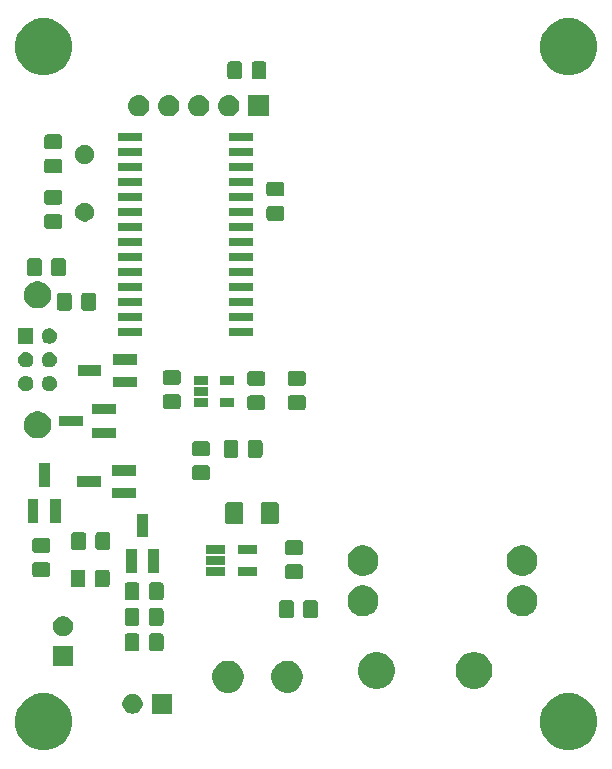
<source format=gbs>
G04 #@! TF.GenerationSoftware,KiCad,Pcbnew,(5.0.1-3-g963ef8bb5)*
G04 #@! TF.CreationDate,2019-03-27T22:46:48-04:00*
G04 #@! TF.ProjectId,radio,726164696F2E6B696361645F70636200,rev?*
G04 #@! TF.SameCoordinates,Original*
G04 #@! TF.FileFunction,Soldermask,Bot*
G04 #@! TF.FilePolarity,Negative*
%FSLAX46Y46*%
G04 Gerber Fmt 4.6, Leading zero omitted, Abs format (unit mm)*
G04 Created by KiCad (PCBNEW (5.0.1-3-g963ef8bb5)) date Wednesday, March 27, 2019 at 10:46:48 pm*
%MOMM*%
%LPD*%
G01*
G04 APERTURE LIST*
%ADD10C,0.100000*%
G04 APERTURE END LIST*
D10*
G36*
X172150287Y-131041462D02*
X172587204Y-131222438D01*
X172587205Y-131222439D01*
X172980421Y-131485177D01*
X173314823Y-131819579D01*
X173484934Y-132074169D01*
X173577562Y-132212796D01*
X173758538Y-132649713D01*
X173850800Y-133113543D01*
X173850800Y-133586457D01*
X173758538Y-134050287D01*
X173577562Y-134487204D01*
X173577561Y-134487205D01*
X173314823Y-134880421D01*
X172980421Y-135214823D01*
X172665420Y-135425300D01*
X172587204Y-135477562D01*
X172150287Y-135658538D01*
X171686458Y-135750800D01*
X171213542Y-135750800D01*
X170749713Y-135658538D01*
X170312796Y-135477562D01*
X170234580Y-135425300D01*
X169919579Y-135214823D01*
X169585177Y-134880421D01*
X169322439Y-134487205D01*
X169322438Y-134487204D01*
X169141462Y-134050287D01*
X169049200Y-133586457D01*
X169049200Y-133113543D01*
X169141462Y-132649713D01*
X169322438Y-132212796D01*
X169415066Y-132074169D01*
X169585177Y-131819579D01*
X169919579Y-131485177D01*
X170312795Y-131222439D01*
X170312796Y-131222438D01*
X170749713Y-131041462D01*
X171213542Y-130949200D01*
X171686458Y-130949200D01*
X172150287Y-131041462D01*
X172150287Y-131041462D01*
G37*
G36*
X127700287Y-131041462D02*
X128137204Y-131222438D01*
X128137205Y-131222439D01*
X128530421Y-131485177D01*
X128864823Y-131819579D01*
X129034934Y-132074169D01*
X129127562Y-132212796D01*
X129308538Y-132649713D01*
X129400800Y-133113543D01*
X129400800Y-133586457D01*
X129308538Y-134050287D01*
X129127562Y-134487204D01*
X129127561Y-134487205D01*
X128864823Y-134880421D01*
X128530421Y-135214823D01*
X128215420Y-135425300D01*
X128137204Y-135477562D01*
X127700287Y-135658538D01*
X127236458Y-135750800D01*
X126763542Y-135750800D01*
X126299713Y-135658538D01*
X125862796Y-135477562D01*
X125784580Y-135425300D01*
X125469579Y-135214823D01*
X125135177Y-134880421D01*
X124872439Y-134487205D01*
X124872438Y-134487204D01*
X124691462Y-134050287D01*
X124599200Y-133586457D01*
X124599200Y-133113543D01*
X124691462Y-132649713D01*
X124872438Y-132212796D01*
X124965066Y-132074169D01*
X125135177Y-131819579D01*
X125469579Y-131485177D01*
X125862795Y-131222439D01*
X125862796Y-131222438D01*
X126299713Y-131041462D01*
X126763542Y-130949200D01*
X127236458Y-130949200D01*
X127700287Y-131041462D01*
X127700287Y-131041462D01*
G37*
G36*
X134781169Y-131007895D02*
X134781171Y-131007896D01*
X134781172Y-131007896D01*
X134838369Y-131031588D01*
X134936005Y-131072031D01*
X135075354Y-131165140D01*
X135193860Y-131283646D01*
X135286969Y-131422995D01*
X135351105Y-131577831D01*
X135383800Y-131742203D01*
X135383800Y-131909797D01*
X135351105Y-132074169D01*
X135286969Y-132229005D01*
X135193860Y-132368354D01*
X135075354Y-132486860D01*
X134936005Y-132579969D01*
X134838369Y-132620412D01*
X134781172Y-132644104D01*
X134781171Y-132644104D01*
X134781169Y-132644105D01*
X134616797Y-132676800D01*
X134449203Y-132676800D01*
X134284831Y-132644105D01*
X134284829Y-132644104D01*
X134284828Y-132644104D01*
X134227631Y-132620412D01*
X134129995Y-132579969D01*
X133990646Y-132486860D01*
X133872140Y-132368354D01*
X133779031Y-132229005D01*
X133714895Y-132074169D01*
X133682200Y-131909797D01*
X133682200Y-131742203D01*
X133714895Y-131577831D01*
X133779031Y-131422995D01*
X133872140Y-131283646D01*
X133990646Y-131165140D01*
X134129995Y-131072031D01*
X134227631Y-131031588D01*
X134284828Y-131007896D01*
X134284829Y-131007896D01*
X134284831Y-131007895D01*
X134449203Y-130975200D01*
X134616797Y-130975200D01*
X134781169Y-131007895D01*
X134781169Y-131007895D01*
G37*
G36*
X137883800Y-132676800D02*
X136182200Y-132676800D01*
X136182200Y-130975200D01*
X137883800Y-130975200D01*
X137883800Y-132676800D01*
X137883800Y-132676800D01*
G37*
G36*
X148015014Y-128241110D02*
X148260844Y-128342937D01*
X148260847Y-128342939D01*
X148482082Y-128490762D01*
X148670238Y-128678918D01*
X148818061Y-128900153D01*
X148818063Y-128900156D01*
X148919890Y-129145986D01*
X148971800Y-129406958D01*
X148971800Y-129673042D01*
X148919890Y-129934014D01*
X148818063Y-130179844D01*
X148818061Y-130179847D01*
X148670238Y-130401082D01*
X148482082Y-130589238D01*
X148260847Y-130737061D01*
X148260844Y-130737063D01*
X148015014Y-130838890D01*
X147754042Y-130890800D01*
X147487958Y-130890800D01*
X147226986Y-130838890D01*
X146981156Y-130737063D01*
X146981153Y-130737061D01*
X146759918Y-130589238D01*
X146571762Y-130401082D01*
X146423939Y-130179847D01*
X146423937Y-130179844D01*
X146322110Y-129934014D01*
X146270200Y-129673042D01*
X146270200Y-129406958D01*
X146322110Y-129145986D01*
X146423937Y-128900156D01*
X146423939Y-128900153D01*
X146571762Y-128678918D01*
X146759918Y-128490762D01*
X146981153Y-128342939D01*
X146981156Y-128342937D01*
X147226986Y-128241110D01*
X147487958Y-128189200D01*
X147754042Y-128189200D01*
X148015014Y-128241110D01*
X148015014Y-128241110D01*
G37*
G36*
X143015014Y-128241110D02*
X143260844Y-128342937D01*
X143260847Y-128342939D01*
X143482082Y-128490762D01*
X143670238Y-128678918D01*
X143818061Y-128900153D01*
X143818063Y-128900156D01*
X143919890Y-129145986D01*
X143971800Y-129406958D01*
X143971800Y-129673042D01*
X143919890Y-129934014D01*
X143818063Y-130179844D01*
X143818061Y-130179847D01*
X143670238Y-130401082D01*
X143482082Y-130589238D01*
X143260847Y-130737061D01*
X143260844Y-130737063D01*
X143015014Y-130838890D01*
X142754042Y-130890800D01*
X142487958Y-130890800D01*
X142226986Y-130838890D01*
X141981156Y-130737063D01*
X141981153Y-130737061D01*
X141759918Y-130589238D01*
X141571762Y-130401082D01*
X141423939Y-130179847D01*
X141423937Y-130179844D01*
X141322110Y-129934014D01*
X141270200Y-129673042D01*
X141270200Y-129406958D01*
X141322110Y-129145986D01*
X141423937Y-128900156D01*
X141423939Y-128900153D01*
X141571762Y-128678918D01*
X141759918Y-128490762D01*
X141981153Y-128342939D01*
X141981156Y-128342937D01*
X142226986Y-128241110D01*
X142487958Y-128189200D01*
X142754042Y-128189200D01*
X143015014Y-128241110D01*
X143015014Y-128241110D01*
G37*
G36*
X163901352Y-127540796D02*
X164183579Y-127657699D01*
X164437578Y-127827415D01*
X164653585Y-128043422D01*
X164823301Y-128297421D01*
X164940204Y-128579648D01*
X164999800Y-128879259D01*
X164999800Y-129184741D01*
X164940204Y-129484352D01*
X164823301Y-129766579D01*
X164653585Y-130020578D01*
X164437578Y-130236585D01*
X164183579Y-130406301D01*
X163901352Y-130523204D01*
X163601741Y-130582800D01*
X163296259Y-130582800D01*
X162996648Y-130523204D01*
X162714421Y-130406301D01*
X162460422Y-130236585D01*
X162244415Y-130020578D01*
X162074699Y-129766579D01*
X161957796Y-129484352D01*
X161898200Y-129184741D01*
X161898200Y-128879259D01*
X161957796Y-128579648D01*
X162074699Y-128297421D01*
X162244415Y-128043422D01*
X162460422Y-127827415D01*
X162714421Y-127657699D01*
X162996648Y-127540796D01*
X163296259Y-127481200D01*
X163601741Y-127481200D01*
X163901352Y-127540796D01*
X163901352Y-127540796D01*
G37*
G36*
X155651352Y-127540796D02*
X155933579Y-127657699D01*
X156187578Y-127827415D01*
X156403585Y-128043422D01*
X156573301Y-128297421D01*
X156690204Y-128579648D01*
X156749800Y-128879259D01*
X156749800Y-129184741D01*
X156690204Y-129484352D01*
X156573301Y-129766579D01*
X156403585Y-130020578D01*
X156187578Y-130236585D01*
X155933579Y-130406301D01*
X155651352Y-130523204D01*
X155351741Y-130582800D01*
X155046259Y-130582800D01*
X154746648Y-130523204D01*
X154464421Y-130406301D01*
X154210422Y-130236585D01*
X153994415Y-130020578D01*
X153824699Y-129766579D01*
X153707796Y-129484352D01*
X153648200Y-129184741D01*
X153648200Y-128879259D01*
X153707796Y-128579648D01*
X153824699Y-128297421D01*
X153994415Y-128043422D01*
X154210422Y-127827415D01*
X154464421Y-127657699D01*
X154746648Y-127540796D01*
X155046259Y-127481200D01*
X155351741Y-127481200D01*
X155651352Y-127540796D01*
X155651352Y-127540796D01*
G37*
G36*
X129501800Y-128612800D02*
X127800200Y-128612800D01*
X127800200Y-126911200D01*
X129501800Y-126911200D01*
X129501800Y-128612800D01*
X129501800Y-128612800D01*
G37*
G36*
X136975832Y-125872951D02*
X137018621Y-125885931D01*
X137058057Y-125907010D01*
X137092623Y-125935377D01*
X137120990Y-125969943D01*
X137142069Y-126009379D01*
X137155049Y-126052168D01*
X137159800Y-126100411D01*
X137159800Y-127137589D01*
X137155049Y-127185832D01*
X137142069Y-127228621D01*
X137120990Y-127268057D01*
X137092623Y-127302623D01*
X137058057Y-127330990D01*
X137018621Y-127352069D01*
X136975832Y-127365049D01*
X136927589Y-127369800D01*
X136140411Y-127369800D01*
X136092168Y-127365049D01*
X136049379Y-127352069D01*
X136009943Y-127330990D01*
X135975377Y-127302623D01*
X135947010Y-127268057D01*
X135925931Y-127228621D01*
X135912951Y-127185832D01*
X135908200Y-127137589D01*
X135908200Y-126100411D01*
X135912951Y-126052168D01*
X135925931Y-126009379D01*
X135947010Y-125969943D01*
X135975377Y-125935377D01*
X136009943Y-125907010D01*
X136049379Y-125885931D01*
X136092168Y-125872951D01*
X136140411Y-125868200D01*
X136927589Y-125868200D01*
X136975832Y-125872951D01*
X136975832Y-125872951D01*
G37*
G36*
X134925832Y-125872951D02*
X134968621Y-125885931D01*
X135008057Y-125907010D01*
X135042623Y-125935377D01*
X135070990Y-125969943D01*
X135092069Y-126009379D01*
X135105049Y-126052168D01*
X135109800Y-126100411D01*
X135109800Y-127137589D01*
X135105049Y-127185832D01*
X135092069Y-127228621D01*
X135070990Y-127268057D01*
X135042623Y-127302623D01*
X135008057Y-127330990D01*
X134968621Y-127352069D01*
X134925832Y-127365049D01*
X134877589Y-127369800D01*
X134090411Y-127369800D01*
X134042168Y-127365049D01*
X133999379Y-127352069D01*
X133959943Y-127330990D01*
X133925377Y-127302623D01*
X133897010Y-127268057D01*
X133875931Y-127228621D01*
X133862951Y-127185832D01*
X133858200Y-127137589D01*
X133858200Y-126100411D01*
X133862951Y-126052168D01*
X133875931Y-126009379D01*
X133897010Y-125969943D01*
X133925377Y-125935377D01*
X133959943Y-125907010D01*
X133999379Y-125885931D01*
X134042168Y-125872951D01*
X134090411Y-125868200D01*
X134877589Y-125868200D01*
X134925832Y-125872951D01*
X134925832Y-125872951D01*
G37*
G36*
X128899169Y-124443895D02*
X128899171Y-124443896D01*
X128899172Y-124443896D01*
X128925682Y-124454877D01*
X129054005Y-124508031D01*
X129193354Y-124601140D01*
X129311860Y-124719646D01*
X129404969Y-124858995D01*
X129404969Y-124858996D01*
X129460141Y-124992189D01*
X129469105Y-125013831D01*
X129501800Y-125178203D01*
X129501800Y-125345797D01*
X129469105Y-125510169D01*
X129404969Y-125665005D01*
X129311860Y-125804354D01*
X129193354Y-125922860D01*
X129054005Y-126015969D01*
X129005982Y-126035861D01*
X128899172Y-126080104D01*
X128899171Y-126080104D01*
X128899169Y-126080105D01*
X128734797Y-126112800D01*
X128567203Y-126112800D01*
X128402831Y-126080105D01*
X128402829Y-126080104D01*
X128402828Y-126080104D01*
X128296018Y-126035861D01*
X128247995Y-126015969D01*
X128108646Y-125922860D01*
X127990140Y-125804354D01*
X127897031Y-125665005D01*
X127832895Y-125510169D01*
X127800200Y-125345797D01*
X127800200Y-125178203D01*
X127832895Y-125013831D01*
X127841860Y-124992189D01*
X127897031Y-124858996D01*
X127897031Y-124858995D01*
X127990140Y-124719646D01*
X128108646Y-124601140D01*
X128247995Y-124508031D01*
X128376318Y-124454877D01*
X128402828Y-124443896D01*
X128402829Y-124443896D01*
X128402831Y-124443895D01*
X128567203Y-124411200D01*
X128734797Y-124411200D01*
X128899169Y-124443895D01*
X128899169Y-124443895D01*
G37*
G36*
X134925832Y-123713951D02*
X134968621Y-123726931D01*
X135008057Y-123748010D01*
X135042623Y-123776377D01*
X135070990Y-123810943D01*
X135092069Y-123850379D01*
X135105049Y-123893168D01*
X135109800Y-123941411D01*
X135109800Y-124978589D01*
X135105049Y-125026832D01*
X135092069Y-125069621D01*
X135070990Y-125109057D01*
X135042623Y-125143623D01*
X135008057Y-125171990D01*
X134968621Y-125193069D01*
X134925832Y-125206049D01*
X134877589Y-125210800D01*
X134090411Y-125210800D01*
X134042168Y-125206049D01*
X133999379Y-125193069D01*
X133959943Y-125171990D01*
X133925377Y-125143623D01*
X133897010Y-125109057D01*
X133875931Y-125069621D01*
X133862951Y-125026832D01*
X133858200Y-124978589D01*
X133858200Y-123941411D01*
X133862951Y-123893168D01*
X133875931Y-123850379D01*
X133897010Y-123810943D01*
X133925377Y-123776377D01*
X133959943Y-123748010D01*
X133999379Y-123726931D01*
X134042168Y-123713951D01*
X134090411Y-123709200D01*
X134877589Y-123709200D01*
X134925832Y-123713951D01*
X134925832Y-123713951D01*
G37*
G36*
X136975832Y-123713951D02*
X137018621Y-123726931D01*
X137058057Y-123748010D01*
X137092623Y-123776377D01*
X137120990Y-123810943D01*
X137142069Y-123850379D01*
X137155049Y-123893168D01*
X137159800Y-123941411D01*
X137159800Y-124978589D01*
X137155049Y-125026832D01*
X137142069Y-125069621D01*
X137120990Y-125109057D01*
X137092623Y-125143623D01*
X137058057Y-125171990D01*
X137018621Y-125193069D01*
X136975832Y-125206049D01*
X136927589Y-125210800D01*
X136140411Y-125210800D01*
X136092168Y-125206049D01*
X136049379Y-125193069D01*
X136009943Y-125171990D01*
X135975377Y-125143623D01*
X135947010Y-125109057D01*
X135925931Y-125069621D01*
X135912951Y-125026832D01*
X135908200Y-124978589D01*
X135908200Y-123941411D01*
X135912951Y-123893168D01*
X135925931Y-123850379D01*
X135947010Y-123810943D01*
X135975377Y-123776377D01*
X136009943Y-123748010D01*
X136049379Y-123726931D01*
X136092168Y-123713951D01*
X136140411Y-123709200D01*
X136927589Y-123709200D01*
X136975832Y-123713951D01*
X136975832Y-123713951D01*
G37*
G36*
X148006391Y-123078962D02*
X148049286Y-123091974D01*
X148088812Y-123113101D01*
X148123462Y-123141538D01*
X148151899Y-123176188D01*
X148173026Y-123215714D01*
X148186038Y-123258609D01*
X148190800Y-123306959D01*
X148190800Y-124343041D01*
X148186038Y-124391391D01*
X148173026Y-124434286D01*
X148151899Y-124473812D01*
X148123462Y-124508462D01*
X148088812Y-124536899D01*
X148049286Y-124558026D01*
X148006391Y-124571038D01*
X147958041Y-124575800D01*
X147171959Y-124575800D01*
X147123609Y-124571038D01*
X147080714Y-124558026D01*
X147041188Y-124536899D01*
X147006538Y-124508462D01*
X146978101Y-124473812D01*
X146956974Y-124434286D01*
X146943962Y-124391391D01*
X146939200Y-124343041D01*
X146939200Y-123306959D01*
X146943962Y-123258609D01*
X146956974Y-123215714D01*
X146978101Y-123176188D01*
X147006538Y-123141538D01*
X147041188Y-123113101D01*
X147080714Y-123091974D01*
X147123609Y-123078962D01*
X147171959Y-123074200D01*
X147958041Y-123074200D01*
X148006391Y-123078962D01*
X148006391Y-123078962D01*
G37*
G36*
X150056391Y-123078962D02*
X150099286Y-123091974D01*
X150138812Y-123113101D01*
X150173462Y-123141538D01*
X150201899Y-123176188D01*
X150223026Y-123215714D01*
X150236038Y-123258609D01*
X150240800Y-123306959D01*
X150240800Y-124343041D01*
X150236038Y-124391391D01*
X150223026Y-124434286D01*
X150201899Y-124473812D01*
X150173462Y-124508462D01*
X150138812Y-124536899D01*
X150099286Y-124558026D01*
X150056391Y-124571038D01*
X150008041Y-124575800D01*
X149221959Y-124575800D01*
X149173609Y-124571038D01*
X149130714Y-124558026D01*
X149091188Y-124536899D01*
X149056538Y-124508462D01*
X149028101Y-124473812D01*
X149006974Y-124434286D01*
X148993962Y-124391391D01*
X148989200Y-124343041D01*
X148989200Y-123306959D01*
X148993962Y-123258609D01*
X149006974Y-123215714D01*
X149028101Y-123176188D01*
X149056538Y-123141538D01*
X149091188Y-123113101D01*
X149130714Y-123091974D01*
X149173609Y-123078962D01*
X149221959Y-123074200D01*
X150008041Y-123074200D01*
X150056391Y-123078962D01*
X150056391Y-123078962D01*
G37*
G36*
X154426429Y-121861189D02*
X154651869Y-121954569D01*
X154663162Y-121959247D01*
X154876209Y-122101600D01*
X155057400Y-122282791D01*
X155199753Y-122495838D01*
X155199754Y-122495840D01*
X155297811Y-122732571D01*
X155347800Y-122983882D01*
X155347800Y-123240118D01*
X155297811Y-123491429D01*
X155205640Y-123713951D01*
X155199753Y-123728162D01*
X155057400Y-123941209D01*
X154876209Y-124122400D01*
X154663162Y-124264753D01*
X154663161Y-124264754D01*
X154663160Y-124264754D01*
X154426429Y-124362811D01*
X154175118Y-124412800D01*
X153918882Y-124412800D01*
X153667571Y-124362811D01*
X153430840Y-124264754D01*
X153430839Y-124264754D01*
X153430838Y-124264753D01*
X153217791Y-124122400D01*
X153036600Y-123941209D01*
X152894247Y-123728162D01*
X152888361Y-123713951D01*
X152796189Y-123491429D01*
X152746200Y-123240118D01*
X152746200Y-122983882D01*
X152796189Y-122732571D01*
X152894246Y-122495840D01*
X152894247Y-122495838D01*
X153036600Y-122282791D01*
X153217791Y-122101600D01*
X153430838Y-121959247D01*
X153442132Y-121954569D01*
X153667571Y-121861189D01*
X153918882Y-121811200D01*
X154175118Y-121811200D01*
X154426429Y-121861189D01*
X154426429Y-121861189D01*
G37*
G36*
X167896429Y-121861189D02*
X168121869Y-121954569D01*
X168133162Y-121959247D01*
X168346209Y-122101600D01*
X168527400Y-122282791D01*
X168669753Y-122495838D01*
X168669754Y-122495840D01*
X168767811Y-122732571D01*
X168817800Y-122983882D01*
X168817800Y-123240118D01*
X168767811Y-123491429D01*
X168675640Y-123713951D01*
X168669753Y-123728162D01*
X168527400Y-123941209D01*
X168346209Y-124122400D01*
X168133162Y-124264753D01*
X168133161Y-124264754D01*
X168133160Y-124264754D01*
X167896429Y-124362811D01*
X167645118Y-124412800D01*
X167388882Y-124412800D01*
X167137571Y-124362811D01*
X166900840Y-124264754D01*
X166900839Y-124264754D01*
X166900838Y-124264753D01*
X166687791Y-124122400D01*
X166506600Y-123941209D01*
X166364247Y-123728162D01*
X166358361Y-123713951D01*
X166266189Y-123491429D01*
X166216200Y-123240118D01*
X166216200Y-122983882D01*
X166266189Y-122732571D01*
X166364246Y-122495840D01*
X166364247Y-122495838D01*
X166506600Y-122282791D01*
X166687791Y-122101600D01*
X166900838Y-121959247D01*
X166912132Y-121954569D01*
X167137571Y-121861189D01*
X167388882Y-121811200D01*
X167645118Y-121811200D01*
X167896429Y-121861189D01*
X167896429Y-121861189D01*
G37*
G36*
X136975832Y-121554951D02*
X137018621Y-121567931D01*
X137058057Y-121589010D01*
X137092623Y-121617377D01*
X137120990Y-121651943D01*
X137142069Y-121691379D01*
X137155049Y-121734168D01*
X137159800Y-121782411D01*
X137159800Y-122819589D01*
X137155049Y-122867832D01*
X137142069Y-122910621D01*
X137120990Y-122950057D01*
X137092623Y-122984623D01*
X137058057Y-123012990D01*
X137018621Y-123034069D01*
X136975832Y-123047049D01*
X136927589Y-123051800D01*
X136140411Y-123051800D01*
X136092168Y-123047049D01*
X136049379Y-123034069D01*
X136009943Y-123012990D01*
X135975377Y-122984623D01*
X135947010Y-122950057D01*
X135925931Y-122910621D01*
X135912951Y-122867832D01*
X135908200Y-122819589D01*
X135908200Y-121782411D01*
X135912951Y-121734168D01*
X135925931Y-121691379D01*
X135947010Y-121651943D01*
X135975377Y-121617377D01*
X136009943Y-121589010D01*
X136049379Y-121567931D01*
X136092168Y-121554951D01*
X136140411Y-121550200D01*
X136927589Y-121550200D01*
X136975832Y-121554951D01*
X136975832Y-121554951D01*
G37*
G36*
X134925832Y-121554951D02*
X134968621Y-121567931D01*
X135008057Y-121589010D01*
X135042623Y-121617377D01*
X135070990Y-121651943D01*
X135092069Y-121691379D01*
X135105049Y-121734168D01*
X135109800Y-121782411D01*
X135109800Y-122819589D01*
X135105049Y-122867832D01*
X135092069Y-122910621D01*
X135070990Y-122950057D01*
X135042623Y-122984623D01*
X135008057Y-123012990D01*
X134968621Y-123034069D01*
X134925832Y-123047049D01*
X134877589Y-123051800D01*
X134090411Y-123051800D01*
X134042168Y-123047049D01*
X133999379Y-123034069D01*
X133959943Y-123012990D01*
X133925377Y-122984623D01*
X133897010Y-122950057D01*
X133875931Y-122910621D01*
X133862951Y-122867832D01*
X133858200Y-122819589D01*
X133858200Y-121782411D01*
X133862951Y-121734168D01*
X133875931Y-121691379D01*
X133897010Y-121651943D01*
X133925377Y-121617377D01*
X133959943Y-121589010D01*
X133999379Y-121567931D01*
X134042168Y-121554951D01*
X134090411Y-121550200D01*
X134877589Y-121550200D01*
X134925832Y-121554951D01*
X134925832Y-121554951D01*
G37*
G36*
X130353391Y-120475462D02*
X130396286Y-120488474D01*
X130435812Y-120509601D01*
X130470462Y-120538038D01*
X130498899Y-120572688D01*
X130520026Y-120612214D01*
X130533038Y-120655109D01*
X130537800Y-120703459D01*
X130537800Y-121739541D01*
X130533038Y-121787891D01*
X130520026Y-121830786D01*
X130498899Y-121870312D01*
X130470462Y-121904962D01*
X130435812Y-121933399D01*
X130396286Y-121954526D01*
X130353391Y-121967538D01*
X130305041Y-121972300D01*
X129518959Y-121972300D01*
X129470609Y-121967538D01*
X129427714Y-121954526D01*
X129388188Y-121933399D01*
X129353538Y-121904962D01*
X129325101Y-121870312D01*
X129303974Y-121830786D01*
X129290962Y-121787891D01*
X129286200Y-121739541D01*
X129286200Y-120703459D01*
X129290962Y-120655109D01*
X129303974Y-120612214D01*
X129325101Y-120572688D01*
X129353538Y-120538038D01*
X129388188Y-120509601D01*
X129427714Y-120488474D01*
X129470609Y-120475462D01*
X129518959Y-120470700D01*
X130305041Y-120470700D01*
X130353391Y-120475462D01*
X130353391Y-120475462D01*
G37*
G36*
X132403832Y-120475451D02*
X132446621Y-120488431D01*
X132486057Y-120509510D01*
X132520623Y-120537877D01*
X132548990Y-120572443D01*
X132570069Y-120611879D01*
X132583049Y-120654668D01*
X132587800Y-120702911D01*
X132587800Y-121740089D01*
X132583049Y-121788332D01*
X132570069Y-121831121D01*
X132548990Y-121870557D01*
X132520623Y-121905123D01*
X132486057Y-121933490D01*
X132446621Y-121954569D01*
X132403832Y-121967549D01*
X132355589Y-121972300D01*
X131568411Y-121972300D01*
X131520168Y-121967549D01*
X131477379Y-121954569D01*
X131437943Y-121933490D01*
X131403377Y-121905123D01*
X131375010Y-121870557D01*
X131353931Y-121831121D01*
X131340951Y-121788332D01*
X131336200Y-121740089D01*
X131336200Y-120702911D01*
X131340951Y-120654668D01*
X131353931Y-120611879D01*
X131375010Y-120572443D01*
X131403377Y-120537877D01*
X131437943Y-120509510D01*
X131477379Y-120488431D01*
X131520168Y-120475451D01*
X131568411Y-120470700D01*
X132355589Y-120470700D01*
X132403832Y-120475451D01*
X132403832Y-120475451D01*
G37*
G36*
X148775391Y-120028962D02*
X148818286Y-120041974D01*
X148857812Y-120063101D01*
X148892462Y-120091538D01*
X148920899Y-120126188D01*
X148942026Y-120165714D01*
X148955038Y-120208609D01*
X148959800Y-120256959D01*
X148959800Y-121043041D01*
X148955038Y-121091391D01*
X148942026Y-121134286D01*
X148920899Y-121173812D01*
X148892462Y-121208462D01*
X148857812Y-121236899D01*
X148818286Y-121258026D01*
X148775391Y-121271038D01*
X148727041Y-121275800D01*
X147690959Y-121275800D01*
X147642609Y-121271038D01*
X147599714Y-121258026D01*
X147560188Y-121236899D01*
X147525538Y-121208462D01*
X147497101Y-121173812D01*
X147475974Y-121134286D01*
X147462962Y-121091391D01*
X147458200Y-121043041D01*
X147458200Y-120256959D01*
X147462962Y-120208609D01*
X147475974Y-120165714D01*
X147497101Y-120126188D01*
X147525538Y-120091538D01*
X147560188Y-120063101D01*
X147599714Y-120041974D01*
X147642609Y-120028962D01*
X147690959Y-120024200D01*
X148727041Y-120024200D01*
X148775391Y-120028962D01*
X148775391Y-120028962D01*
G37*
G36*
X127375891Y-119847462D02*
X127418786Y-119860474D01*
X127458312Y-119881601D01*
X127492962Y-119910038D01*
X127521399Y-119944688D01*
X127542526Y-119984214D01*
X127555538Y-120027109D01*
X127560300Y-120075459D01*
X127560300Y-120861541D01*
X127555538Y-120909891D01*
X127542526Y-120952786D01*
X127521399Y-120992312D01*
X127492962Y-121026962D01*
X127458312Y-121055399D01*
X127418786Y-121076526D01*
X127375891Y-121089538D01*
X127327541Y-121094300D01*
X126291459Y-121094300D01*
X126243109Y-121089538D01*
X126200214Y-121076526D01*
X126160688Y-121055399D01*
X126126038Y-121026962D01*
X126097601Y-120992312D01*
X126076474Y-120952786D01*
X126063462Y-120909891D01*
X126058700Y-120861541D01*
X126058700Y-120075459D01*
X126063462Y-120027109D01*
X126076474Y-119984214D01*
X126097601Y-119944688D01*
X126126038Y-119910038D01*
X126160688Y-119881601D01*
X126200214Y-119860474D01*
X126243109Y-119847462D01*
X126291459Y-119842700D01*
X127327541Y-119842700D01*
X127375891Y-119847462D01*
X127375891Y-119847462D01*
G37*
G36*
X145102800Y-121025800D02*
X143441200Y-121025800D01*
X143441200Y-120274200D01*
X145102800Y-120274200D01*
X145102800Y-121025800D01*
X145102800Y-121025800D01*
G37*
G36*
X142402800Y-121025800D02*
X140741200Y-121025800D01*
X140741200Y-120274200D01*
X142402800Y-120274200D01*
X142402800Y-121025800D01*
X142402800Y-121025800D01*
G37*
G36*
X167896429Y-118461189D02*
X168133162Y-118559247D01*
X168346209Y-118701600D01*
X168527400Y-118882791D01*
X168662034Y-119084286D01*
X168669754Y-119095840D01*
X168767811Y-119332571D01*
X168817800Y-119583882D01*
X168817800Y-119840118D01*
X168767811Y-120091429D01*
X168682957Y-120296286D01*
X168669753Y-120328162D01*
X168527400Y-120541209D01*
X168346209Y-120722400D01*
X168133162Y-120864753D01*
X168133161Y-120864754D01*
X168133160Y-120864754D01*
X167896429Y-120962811D01*
X167645118Y-121012800D01*
X167388882Y-121012800D01*
X167137571Y-120962811D01*
X166900840Y-120864754D01*
X166900839Y-120864754D01*
X166900838Y-120864753D01*
X166687791Y-120722400D01*
X166506600Y-120541209D01*
X166364247Y-120328162D01*
X166351044Y-120296286D01*
X166266189Y-120091429D01*
X166216200Y-119840118D01*
X166216200Y-119583882D01*
X166266189Y-119332571D01*
X166364246Y-119095840D01*
X166371966Y-119084286D01*
X166506600Y-118882791D01*
X166687791Y-118701600D01*
X166900838Y-118559247D01*
X167137571Y-118461189D01*
X167388882Y-118411200D01*
X167645118Y-118411200D01*
X167896429Y-118461189D01*
X167896429Y-118461189D01*
G37*
G36*
X154426429Y-118461189D02*
X154663162Y-118559247D01*
X154876209Y-118701600D01*
X155057400Y-118882791D01*
X155192034Y-119084286D01*
X155199754Y-119095840D01*
X155297811Y-119332571D01*
X155347800Y-119583882D01*
X155347800Y-119840118D01*
X155297811Y-120091429D01*
X155212957Y-120296286D01*
X155199753Y-120328162D01*
X155057400Y-120541209D01*
X154876209Y-120722400D01*
X154663162Y-120864753D01*
X154663161Y-120864754D01*
X154663160Y-120864754D01*
X154426429Y-120962811D01*
X154175118Y-121012800D01*
X153918882Y-121012800D01*
X153667571Y-120962811D01*
X153430840Y-120864754D01*
X153430839Y-120864754D01*
X153430838Y-120864753D01*
X153217791Y-120722400D01*
X153036600Y-120541209D01*
X152894247Y-120328162D01*
X152881044Y-120296286D01*
X152796189Y-120091429D01*
X152746200Y-119840118D01*
X152746200Y-119583882D01*
X152796189Y-119332571D01*
X152894246Y-119095840D01*
X152901966Y-119084286D01*
X153036600Y-118882791D01*
X153217791Y-118701600D01*
X153430838Y-118559247D01*
X153667571Y-118461189D01*
X153918882Y-118411200D01*
X154175118Y-118411200D01*
X154426429Y-118461189D01*
X154426429Y-118461189D01*
G37*
G36*
X134882800Y-120737800D02*
X133981200Y-120737800D01*
X133981200Y-118736200D01*
X134882800Y-118736200D01*
X134882800Y-120737800D01*
X134882800Y-120737800D01*
G37*
G36*
X136782800Y-120737800D02*
X135881200Y-120737800D01*
X135881200Y-118736200D01*
X136782800Y-118736200D01*
X136782800Y-120737800D01*
X136782800Y-120737800D01*
G37*
G36*
X142402800Y-120075800D02*
X140741200Y-120075800D01*
X140741200Y-119324200D01*
X142402800Y-119324200D01*
X142402800Y-120075800D01*
X142402800Y-120075800D01*
G37*
G36*
X148775391Y-117978962D02*
X148818286Y-117991974D01*
X148857812Y-118013101D01*
X148892462Y-118041538D01*
X148920899Y-118076188D01*
X148942026Y-118115714D01*
X148955038Y-118158609D01*
X148959800Y-118206959D01*
X148959800Y-118993041D01*
X148955038Y-119041391D01*
X148942026Y-119084286D01*
X148920899Y-119123812D01*
X148892462Y-119158462D01*
X148857812Y-119186899D01*
X148818286Y-119208026D01*
X148775391Y-119221038D01*
X148727041Y-119225800D01*
X147690959Y-119225800D01*
X147642609Y-119221038D01*
X147599714Y-119208026D01*
X147560188Y-119186899D01*
X147525538Y-119158462D01*
X147497101Y-119123812D01*
X147475974Y-119084286D01*
X147462962Y-119041391D01*
X147458200Y-118993041D01*
X147458200Y-118206959D01*
X147462962Y-118158609D01*
X147475974Y-118115714D01*
X147497101Y-118076188D01*
X147525538Y-118041538D01*
X147560188Y-118013101D01*
X147599714Y-117991974D01*
X147642609Y-117978962D01*
X147690959Y-117974200D01*
X148727041Y-117974200D01*
X148775391Y-117978962D01*
X148775391Y-117978962D01*
G37*
G36*
X145102800Y-119125800D02*
X143441200Y-119125800D01*
X143441200Y-118374200D01*
X145102800Y-118374200D01*
X145102800Y-119125800D01*
X145102800Y-119125800D01*
G37*
G36*
X142402800Y-119125800D02*
X140741200Y-119125800D01*
X140741200Y-118374200D01*
X142402800Y-118374200D01*
X142402800Y-119125800D01*
X142402800Y-119125800D01*
G37*
G36*
X127375891Y-117797462D02*
X127418786Y-117810474D01*
X127458312Y-117831601D01*
X127492962Y-117860038D01*
X127521399Y-117894688D01*
X127542526Y-117934214D01*
X127555538Y-117977109D01*
X127560300Y-118025459D01*
X127560300Y-118811541D01*
X127555538Y-118859891D01*
X127542526Y-118902786D01*
X127521399Y-118942312D01*
X127492962Y-118976962D01*
X127458312Y-119005399D01*
X127418786Y-119026526D01*
X127375891Y-119039538D01*
X127327541Y-119044300D01*
X126291459Y-119044300D01*
X126243109Y-119039538D01*
X126200214Y-119026526D01*
X126160688Y-119005399D01*
X126126038Y-118976962D01*
X126097601Y-118942312D01*
X126076474Y-118902786D01*
X126063462Y-118859891D01*
X126058700Y-118811541D01*
X126058700Y-118025459D01*
X126063462Y-117977109D01*
X126076474Y-117934214D01*
X126097601Y-117894688D01*
X126126038Y-117860038D01*
X126160688Y-117831601D01*
X126200214Y-117810474D01*
X126243109Y-117797462D01*
X126291459Y-117792700D01*
X127327541Y-117792700D01*
X127375891Y-117797462D01*
X127375891Y-117797462D01*
G37*
G36*
X130416891Y-117300462D02*
X130459786Y-117313474D01*
X130499312Y-117334601D01*
X130533962Y-117363038D01*
X130562399Y-117397688D01*
X130583526Y-117437214D01*
X130596538Y-117480109D01*
X130601300Y-117528459D01*
X130601300Y-118564541D01*
X130596538Y-118612891D01*
X130583526Y-118655786D01*
X130562399Y-118695312D01*
X130533962Y-118729962D01*
X130499312Y-118758399D01*
X130459786Y-118779526D01*
X130416891Y-118792538D01*
X130368541Y-118797300D01*
X129582459Y-118797300D01*
X129534109Y-118792538D01*
X129491214Y-118779526D01*
X129451688Y-118758399D01*
X129417038Y-118729962D01*
X129388601Y-118695312D01*
X129367474Y-118655786D01*
X129354462Y-118612891D01*
X129349700Y-118564541D01*
X129349700Y-117528459D01*
X129354462Y-117480109D01*
X129367474Y-117437214D01*
X129388601Y-117397688D01*
X129417038Y-117363038D01*
X129451688Y-117334601D01*
X129491214Y-117313474D01*
X129534109Y-117300462D01*
X129582459Y-117295700D01*
X130368541Y-117295700D01*
X130416891Y-117300462D01*
X130416891Y-117300462D01*
G37*
G36*
X132466891Y-117300462D02*
X132509786Y-117313474D01*
X132549312Y-117334601D01*
X132583962Y-117363038D01*
X132612399Y-117397688D01*
X132633526Y-117437214D01*
X132646538Y-117480109D01*
X132651300Y-117528459D01*
X132651300Y-118564541D01*
X132646538Y-118612891D01*
X132633526Y-118655786D01*
X132612399Y-118695312D01*
X132583962Y-118729962D01*
X132549312Y-118758399D01*
X132509786Y-118779526D01*
X132466891Y-118792538D01*
X132418541Y-118797300D01*
X131632459Y-118797300D01*
X131584109Y-118792538D01*
X131541214Y-118779526D01*
X131501688Y-118758399D01*
X131467038Y-118729962D01*
X131438601Y-118695312D01*
X131417474Y-118655786D01*
X131404462Y-118612891D01*
X131399700Y-118564541D01*
X131399700Y-117528459D01*
X131404462Y-117480109D01*
X131417474Y-117437214D01*
X131438601Y-117397688D01*
X131467038Y-117363038D01*
X131501688Y-117334601D01*
X131541214Y-117313474D01*
X131584109Y-117300462D01*
X131632459Y-117295700D01*
X132418541Y-117295700D01*
X132466891Y-117300462D01*
X132466891Y-117300462D01*
G37*
G36*
X135832800Y-117737800D02*
X134931200Y-117737800D01*
X134931200Y-115736200D01*
X135832800Y-115736200D01*
X135832800Y-117737800D01*
X135832800Y-117737800D01*
G37*
G36*
X146727966Y-114775757D02*
X146768860Y-114788162D01*
X146806549Y-114808307D01*
X146839583Y-114835417D01*
X146866693Y-114868451D01*
X146886838Y-114906140D01*
X146899243Y-114947034D01*
X146903800Y-114993305D01*
X146903800Y-116400695D01*
X146899243Y-116446966D01*
X146886838Y-116487860D01*
X146866693Y-116525549D01*
X146839583Y-116558583D01*
X146806549Y-116585693D01*
X146768860Y-116605838D01*
X146727966Y-116618243D01*
X146681695Y-116622800D01*
X145599305Y-116622800D01*
X145553034Y-116618243D01*
X145512140Y-116605838D01*
X145474451Y-116585693D01*
X145441417Y-116558583D01*
X145414307Y-116525549D01*
X145394162Y-116487860D01*
X145381757Y-116446966D01*
X145377200Y-116400695D01*
X145377200Y-114993305D01*
X145381757Y-114947034D01*
X145394162Y-114906140D01*
X145414307Y-114868451D01*
X145441417Y-114835417D01*
X145474451Y-114808307D01*
X145512140Y-114788162D01*
X145553034Y-114775757D01*
X145599305Y-114771200D01*
X146681695Y-114771200D01*
X146727966Y-114775757D01*
X146727966Y-114775757D01*
G37*
G36*
X143752966Y-114775757D02*
X143793860Y-114788162D01*
X143831549Y-114808307D01*
X143864583Y-114835417D01*
X143891693Y-114868451D01*
X143911838Y-114906140D01*
X143924243Y-114947034D01*
X143928800Y-114993305D01*
X143928800Y-116400695D01*
X143924243Y-116446966D01*
X143911838Y-116487860D01*
X143891693Y-116525549D01*
X143864583Y-116558583D01*
X143831549Y-116585693D01*
X143793860Y-116605838D01*
X143752966Y-116618243D01*
X143706695Y-116622800D01*
X142624305Y-116622800D01*
X142578034Y-116618243D01*
X142537140Y-116605838D01*
X142499451Y-116585693D01*
X142466417Y-116558583D01*
X142439307Y-116525549D01*
X142419162Y-116487860D01*
X142406757Y-116446966D01*
X142402200Y-116400695D01*
X142402200Y-114993305D01*
X142406757Y-114947034D01*
X142419162Y-114906140D01*
X142439307Y-114868451D01*
X142466417Y-114835417D01*
X142499451Y-114808307D01*
X142537140Y-114788162D01*
X142578034Y-114775757D01*
X142624305Y-114771200D01*
X143706695Y-114771200D01*
X143752966Y-114775757D01*
X143752966Y-114775757D01*
G37*
G36*
X128464300Y-116483300D02*
X127562700Y-116483300D01*
X127562700Y-114481700D01*
X128464300Y-114481700D01*
X128464300Y-116483300D01*
X128464300Y-116483300D01*
G37*
G36*
X126564300Y-116483300D02*
X125662700Y-116483300D01*
X125662700Y-114481700D01*
X126564300Y-114481700D01*
X126564300Y-116483300D01*
X126564300Y-116483300D01*
G37*
G36*
X134834800Y-114430800D02*
X132833200Y-114430800D01*
X132833200Y-113529200D01*
X134834800Y-113529200D01*
X134834800Y-114430800D01*
X134834800Y-114430800D01*
G37*
G36*
X127514300Y-113483300D02*
X126612700Y-113483300D01*
X126612700Y-111481700D01*
X127514300Y-111481700D01*
X127514300Y-113483300D01*
X127514300Y-113483300D01*
G37*
G36*
X131834800Y-113480800D02*
X129833200Y-113480800D01*
X129833200Y-112579200D01*
X131834800Y-112579200D01*
X131834800Y-113480800D01*
X131834800Y-113480800D01*
G37*
G36*
X140901832Y-111655951D02*
X140944621Y-111668931D01*
X140984057Y-111690010D01*
X141018623Y-111718377D01*
X141046990Y-111752943D01*
X141068069Y-111792379D01*
X141081049Y-111835168D01*
X141085800Y-111883411D01*
X141085800Y-112670589D01*
X141081049Y-112718832D01*
X141068069Y-112761621D01*
X141046990Y-112801057D01*
X141018623Y-112835623D01*
X140984057Y-112863990D01*
X140944621Y-112885069D01*
X140901832Y-112898049D01*
X140853589Y-112902800D01*
X139816411Y-112902800D01*
X139768168Y-112898049D01*
X139725379Y-112885069D01*
X139685943Y-112863990D01*
X139651377Y-112835623D01*
X139623010Y-112801057D01*
X139601931Y-112761621D01*
X139588951Y-112718832D01*
X139584200Y-112670589D01*
X139584200Y-111883411D01*
X139588951Y-111835168D01*
X139601931Y-111792379D01*
X139623010Y-111752943D01*
X139651377Y-111718377D01*
X139685943Y-111690010D01*
X139725379Y-111668931D01*
X139768168Y-111655951D01*
X139816411Y-111651200D01*
X140853589Y-111651200D01*
X140901832Y-111655951D01*
X140901832Y-111655951D01*
G37*
G36*
X134834800Y-112530800D02*
X132833200Y-112530800D01*
X132833200Y-111629200D01*
X134834800Y-111629200D01*
X134834800Y-112530800D01*
X134834800Y-112530800D01*
G37*
G36*
X143307391Y-109489962D02*
X143350286Y-109502974D01*
X143389812Y-109524101D01*
X143424462Y-109552538D01*
X143452899Y-109587188D01*
X143474026Y-109626714D01*
X143487038Y-109669609D01*
X143491800Y-109717959D01*
X143491800Y-110754041D01*
X143487038Y-110802391D01*
X143474026Y-110845286D01*
X143452899Y-110884812D01*
X143424462Y-110919462D01*
X143389812Y-110947899D01*
X143350286Y-110969026D01*
X143307391Y-110982038D01*
X143259041Y-110986800D01*
X142472959Y-110986800D01*
X142424609Y-110982038D01*
X142381714Y-110969026D01*
X142342188Y-110947899D01*
X142307538Y-110919462D01*
X142279101Y-110884812D01*
X142257974Y-110845286D01*
X142244962Y-110802391D01*
X142240200Y-110754041D01*
X142240200Y-109717959D01*
X142244962Y-109669609D01*
X142257974Y-109626714D01*
X142279101Y-109587188D01*
X142307538Y-109552538D01*
X142342188Y-109524101D01*
X142381714Y-109502974D01*
X142424609Y-109489962D01*
X142472959Y-109485200D01*
X143259041Y-109485200D01*
X143307391Y-109489962D01*
X143307391Y-109489962D01*
G37*
G36*
X145357391Y-109489962D02*
X145400286Y-109502974D01*
X145439812Y-109524101D01*
X145474462Y-109552538D01*
X145502899Y-109587188D01*
X145524026Y-109626714D01*
X145537038Y-109669609D01*
X145541800Y-109717959D01*
X145541800Y-110754041D01*
X145537038Y-110802391D01*
X145524026Y-110845286D01*
X145502899Y-110884812D01*
X145474462Y-110919462D01*
X145439812Y-110947899D01*
X145400286Y-110969026D01*
X145357391Y-110982038D01*
X145309041Y-110986800D01*
X144522959Y-110986800D01*
X144474609Y-110982038D01*
X144431714Y-110969026D01*
X144392188Y-110947899D01*
X144357538Y-110919462D01*
X144329101Y-110884812D01*
X144307974Y-110845286D01*
X144294962Y-110802391D01*
X144290200Y-110754041D01*
X144290200Y-109717959D01*
X144294962Y-109669609D01*
X144307974Y-109626714D01*
X144329101Y-109587188D01*
X144357538Y-109552538D01*
X144392188Y-109524101D01*
X144431714Y-109502974D01*
X144474609Y-109489962D01*
X144522959Y-109485200D01*
X145309041Y-109485200D01*
X145357391Y-109489962D01*
X145357391Y-109489962D01*
G37*
G36*
X140901391Y-109605962D02*
X140944286Y-109618974D01*
X140983812Y-109640101D01*
X141018462Y-109668538D01*
X141046899Y-109703188D01*
X141068026Y-109742714D01*
X141081038Y-109785609D01*
X141085800Y-109833959D01*
X141085800Y-110620041D01*
X141081038Y-110668391D01*
X141068026Y-110711286D01*
X141046899Y-110750812D01*
X141018462Y-110785462D01*
X140983812Y-110813899D01*
X140944286Y-110835026D01*
X140901391Y-110848038D01*
X140853041Y-110852800D01*
X139816959Y-110852800D01*
X139768609Y-110848038D01*
X139725714Y-110835026D01*
X139686188Y-110813899D01*
X139651538Y-110785462D01*
X139623101Y-110750812D01*
X139601974Y-110711286D01*
X139588962Y-110668391D01*
X139584200Y-110620041D01*
X139584200Y-109833959D01*
X139588962Y-109785609D01*
X139601974Y-109742714D01*
X139623101Y-109703188D01*
X139651538Y-109668538D01*
X139686188Y-109640101D01*
X139725714Y-109618974D01*
X139768609Y-109605962D01*
X139816959Y-109601200D01*
X140853041Y-109601200D01*
X140901391Y-109605962D01*
X140901391Y-109605962D01*
G37*
G36*
X133144300Y-109353300D02*
X131142700Y-109353300D01*
X131142700Y-108451700D01*
X133144300Y-108451700D01*
X133144300Y-109353300D01*
X133144300Y-109353300D01*
G37*
G36*
X126660549Y-107060181D02*
X126827674Y-107093424D01*
X126827677Y-107093425D01*
X126827676Y-107093425D01*
X127037108Y-107180174D01*
X127225592Y-107306115D01*
X127385885Y-107466408D01*
X127511826Y-107654892D01*
X127590859Y-107845697D01*
X127598576Y-107864326D01*
X127642800Y-108086657D01*
X127642800Y-108313343D01*
X127598576Y-108535674D01*
X127598575Y-108535676D01*
X127511826Y-108745108D01*
X127385885Y-108933592D01*
X127225592Y-109093885D01*
X127037108Y-109219826D01*
X126846303Y-109298859D01*
X126827674Y-109306576D01*
X126660549Y-109339819D01*
X126605344Y-109350800D01*
X126378656Y-109350800D01*
X126323451Y-109339819D01*
X126156326Y-109306576D01*
X126137697Y-109298859D01*
X125946892Y-109219826D01*
X125758408Y-109093885D01*
X125598115Y-108933592D01*
X125472174Y-108745108D01*
X125385425Y-108535676D01*
X125385424Y-108535674D01*
X125341200Y-108313343D01*
X125341200Y-108086657D01*
X125385424Y-107864326D01*
X125393141Y-107845697D01*
X125472174Y-107654892D01*
X125598115Y-107466408D01*
X125758408Y-107306115D01*
X125946892Y-107180174D01*
X126156324Y-107093425D01*
X126156323Y-107093425D01*
X126156326Y-107093424D01*
X126323451Y-107060181D01*
X126378656Y-107049200D01*
X126605344Y-107049200D01*
X126660549Y-107060181D01*
X126660549Y-107060181D01*
G37*
G36*
X130350300Y-108337300D02*
X128348700Y-108337300D01*
X128348700Y-107435700D01*
X130350300Y-107435700D01*
X130350300Y-108337300D01*
X130350300Y-108337300D01*
G37*
G36*
X133120300Y-107321300D02*
X131118700Y-107321300D01*
X131118700Y-106419700D01*
X133120300Y-106419700D01*
X133120300Y-107321300D01*
X133120300Y-107321300D01*
G37*
G36*
X145581391Y-105718962D02*
X145624286Y-105731974D01*
X145663812Y-105753101D01*
X145698462Y-105781538D01*
X145726899Y-105816188D01*
X145748026Y-105855714D01*
X145761038Y-105898609D01*
X145765800Y-105946959D01*
X145765800Y-106733041D01*
X145761038Y-106781391D01*
X145748026Y-106824286D01*
X145726899Y-106863812D01*
X145698462Y-106898462D01*
X145663812Y-106926899D01*
X145624286Y-106948026D01*
X145581391Y-106961038D01*
X145533041Y-106965800D01*
X144496959Y-106965800D01*
X144448609Y-106961038D01*
X144405714Y-106948026D01*
X144366188Y-106926899D01*
X144331538Y-106898462D01*
X144303101Y-106863812D01*
X144281974Y-106824286D01*
X144268962Y-106781391D01*
X144264200Y-106733041D01*
X144264200Y-105946959D01*
X144268962Y-105898609D01*
X144281974Y-105855714D01*
X144303101Y-105816188D01*
X144331538Y-105781538D01*
X144366188Y-105753101D01*
X144405714Y-105731974D01*
X144448609Y-105718962D01*
X144496959Y-105714200D01*
X145533041Y-105714200D01*
X145581391Y-105718962D01*
X145581391Y-105718962D01*
G37*
G36*
X149011391Y-105708962D02*
X149054286Y-105721974D01*
X149093812Y-105743101D01*
X149128462Y-105771538D01*
X149156899Y-105806188D01*
X149178026Y-105845714D01*
X149191038Y-105888609D01*
X149195800Y-105936959D01*
X149195800Y-106723041D01*
X149191038Y-106771391D01*
X149178026Y-106814286D01*
X149156899Y-106853812D01*
X149128462Y-106888462D01*
X149093812Y-106916899D01*
X149054286Y-106938026D01*
X149011391Y-106951038D01*
X148963041Y-106955800D01*
X147926959Y-106955800D01*
X147878609Y-106951038D01*
X147835714Y-106938026D01*
X147796188Y-106916899D01*
X147761538Y-106888462D01*
X147733101Y-106853812D01*
X147711974Y-106814286D01*
X147698962Y-106771391D01*
X147694200Y-106723041D01*
X147694200Y-105936959D01*
X147698962Y-105888609D01*
X147711974Y-105845714D01*
X147733101Y-105806188D01*
X147761538Y-105771538D01*
X147796188Y-105743101D01*
X147835714Y-105721974D01*
X147878609Y-105708962D01*
X147926959Y-105704200D01*
X148963041Y-105704200D01*
X149011391Y-105708962D01*
X149011391Y-105708962D01*
G37*
G36*
X138421391Y-105628962D02*
X138464286Y-105641974D01*
X138503812Y-105663101D01*
X138538462Y-105691538D01*
X138566899Y-105726188D01*
X138588026Y-105765714D01*
X138601038Y-105808609D01*
X138605800Y-105856959D01*
X138605800Y-106643041D01*
X138601038Y-106691391D01*
X138588026Y-106734286D01*
X138566899Y-106773812D01*
X138538462Y-106808462D01*
X138503812Y-106836899D01*
X138464286Y-106858026D01*
X138421391Y-106871038D01*
X138373041Y-106875800D01*
X137336959Y-106875800D01*
X137288609Y-106871038D01*
X137245714Y-106858026D01*
X137206188Y-106836899D01*
X137171538Y-106808462D01*
X137143101Y-106773812D01*
X137121974Y-106734286D01*
X137108962Y-106691391D01*
X137104200Y-106643041D01*
X137104200Y-105856959D01*
X137108962Y-105808609D01*
X137121974Y-105765714D01*
X137143101Y-105726188D01*
X137171538Y-105691538D01*
X137206188Y-105663101D01*
X137245714Y-105641974D01*
X137288609Y-105628962D01*
X137336959Y-105624200D01*
X138373041Y-105624200D01*
X138421391Y-105628962D01*
X138421391Y-105628962D01*
G37*
G36*
X143085800Y-106725800D02*
X141924200Y-106725800D01*
X141924200Y-105974200D01*
X143085800Y-105974200D01*
X143085800Y-106725800D01*
X143085800Y-106725800D01*
G37*
G36*
X140885800Y-106725800D02*
X139724200Y-106725800D01*
X139724200Y-105974200D01*
X140885800Y-105974200D01*
X140885800Y-106725800D01*
X140885800Y-106725800D01*
G37*
G36*
X140885800Y-105775800D02*
X139724200Y-105775800D01*
X139724200Y-105024200D01*
X140885800Y-105024200D01*
X140885800Y-105775800D01*
X140885800Y-105775800D01*
G37*
G36*
X127681831Y-104074210D02*
X127800269Y-104123268D01*
X127800273Y-104123271D01*
X127906858Y-104194488D01*
X127997512Y-104285142D01*
X128051108Y-104365356D01*
X128068732Y-104391731D01*
X128117790Y-104510169D01*
X128142800Y-104635902D01*
X128142800Y-104764098D01*
X128117790Y-104889831D01*
X128068732Y-105008269D01*
X128068729Y-105008273D01*
X127997512Y-105114858D01*
X127906858Y-105205512D01*
X127826644Y-105259108D01*
X127800269Y-105276732D01*
X127681831Y-105325790D01*
X127556098Y-105350800D01*
X127427902Y-105350800D01*
X127302169Y-105325790D01*
X127183731Y-105276732D01*
X127157356Y-105259108D01*
X127077142Y-105205512D01*
X126986488Y-105114858D01*
X126915271Y-105008273D01*
X126915268Y-105008269D01*
X126866210Y-104889831D01*
X126841200Y-104764098D01*
X126841200Y-104635902D01*
X126866210Y-104510169D01*
X126915268Y-104391731D01*
X126932892Y-104365356D01*
X126986488Y-104285142D01*
X127077142Y-104194488D01*
X127183727Y-104123271D01*
X127183731Y-104123268D01*
X127302169Y-104074210D01*
X127427902Y-104049200D01*
X127556098Y-104049200D01*
X127681831Y-104074210D01*
X127681831Y-104074210D01*
G37*
G36*
X125681831Y-104074210D02*
X125800269Y-104123268D01*
X125800273Y-104123271D01*
X125906858Y-104194488D01*
X125997512Y-104285142D01*
X126051108Y-104365356D01*
X126068732Y-104391731D01*
X126117790Y-104510169D01*
X126142800Y-104635902D01*
X126142800Y-104764098D01*
X126117790Y-104889831D01*
X126068732Y-105008269D01*
X126068729Y-105008273D01*
X125997512Y-105114858D01*
X125906858Y-105205512D01*
X125826644Y-105259108D01*
X125800269Y-105276732D01*
X125681831Y-105325790D01*
X125556098Y-105350800D01*
X125427902Y-105350800D01*
X125302169Y-105325790D01*
X125183731Y-105276732D01*
X125157356Y-105259108D01*
X125077142Y-105205512D01*
X124986488Y-105114858D01*
X124915271Y-105008273D01*
X124915268Y-105008269D01*
X124866210Y-104889831D01*
X124841200Y-104764098D01*
X124841200Y-104635902D01*
X124866210Y-104510169D01*
X124915268Y-104391731D01*
X124932892Y-104365356D01*
X124986488Y-104285142D01*
X125077142Y-104194488D01*
X125183727Y-104123271D01*
X125183731Y-104123268D01*
X125302169Y-104074210D01*
X125427902Y-104049200D01*
X125556098Y-104049200D01*
X125681831Y-104074210D01*
X125681831Y-104074210D01*
G37*
G36*
X134898300Y-105032800D02*
X132896700Y-105032800D01*
X132896700Y-104131200D01*
X134898300Y-104131200D01*
X134898300Y-105032800D01*
X134898300Y-105032800D01*
G37*
G36*
X145581391Y-103668962D02*
X145624286Y-103681974D01*
X145663812Y-103703101D01*
X145698462Y-103731538D01*
X145726899Y-103766188D01*
X145748026Y-103805714D01*
X145761038Y-103848609D01*
X145765800Y-103896959D01*
X145765800Y-104683041D01*
X145761038Y-104731391D01*
X145748026Y-104774286D01*
X145726899Y-104813812D01*
X145698462Y-104848462D01*
X145663812Y-104876899D01*
X145624286Y-104898026D01*
X145581391Y-104911038D01*
X145533041Y-104915800D01*
X144496959Y-104915800D01*
X144448609Y-104911038D01*
X144405714Y-104898026D01*
X144366188Y-104876899D01*
X144331538Y-104848462D01*
X144303101Y-104813812D01*
X144281974Y-104774286D01*
X144268962Y-104731391D01*
X144264200Y-104683041D01*
X144264200Y-103896959D01*
X144268962Y-103848609D01*
X144281974Y-103805714D01*
X144303101Y-103766188D01*
X144331538Y-103731538D01*
X144366188Y-103703101D01*
X144405714Y-103681974D01*
X144448609Y-103668962D01*
X144496959Y-103664200D01*
X145533041Y-103664200D01*
X145581391Y-103668962D01*
X145581391Y-103668962D01*
G37*
G36*
X149011391Y-103658962D02*
X149054286Y-103671974D01*
X149093812Y-103693101D01*
X149128462Y-103721538D01*
X149156899Y-103756188D01*
X149178026Y-103795714D01*
X149191038Y-103838609D01*
X149195800Y-103886959D01*
X149195800Y-104673041D01*
X149191038Y-104721391D01*
X149178026Y-104764286D01*
X149156899Y-104803812D01*
X149128462Y-104838462D01*
X149093812Y-104866899D01*
X149054286Y-104888026D01*
X149011391Y-104901038D01*
X148963041Y-104905800D01*
X147926959Y-104905800D01*
X147878609Y-104901038D01*
X147835714Y-104888026D01*
X147796188Y-104866899D01*
X147761538Y-104838462D01*
X147733101Y-104803812D01*
X147711974Y-104764286D01*
X147698962Y-104721391D01*
X147694200Y-104673041D01*
X147694200Y-103886959D01*
X147698962Y-103838609D01*
X147711974Y-103795714D01*
X147733101Y-103756188D01*
X147761538Y-103721538D01*
X147796188Y-103693101D01*
X147835714Y-103671974D01*
X147878609Y-103658962D01*
X147926959Y-103654200D01*
X148963041Y-103654200D01*
X149011391Y-103658962D01*
X149011391Y-103658962D01*
G37*
G36*
X138421391Y-103578962D02*
X138464286Y-103591974D01*
X138503812Y-103613101D01*
X138538462Y-103641538D01*
X138566899Y-103676188D01*
X138588026Y-103715714D01*
X138601038Y-103758609D01*
X138605800Y-103806959D01*
X138605800Y-104593041D01*
X138601038Y-104641391D01*
X138588026Y-104684286D01*
X138566899Y-104723812D01*
X138538462Y-104758462D01*
X138503812Y-104786899D01*
X138464286Y-104808026D01*
X138421391Y-104821038D01*
X138373041Y-104825800D01*
X137336959Y-104825800D01*
X137288609Y-104821038D01*
X137245714Y-104808026D01*
X137206188Y-104786899D01*
X137171538Y-104758462D01*
X137143101Y-104723812D01*
X137121974Y-104684286D01*
X137108962Y-104641391D01*
X137104200Y-104593041D01*
X137104200Y-103806959D01*
X137108962Y-103758609D01*
X137121974Y-103715714D01*
X137143101Y-103676188D01*
X137171538Y-103641538D01*
X137206188Y-103613101D01*
X137245714Y-103591974D01*
X137288609Y-103578962D01*
X137336959Y-103574200D01*
X138373041Y-103574200D01*
X138421391Y-103578962D01*
X138421391Y-103578962D01*
G37*
G36*
X140885800Y-104825800D02*
X139724200Y-104825800D01*
X139724200Y-104074200D01*
X140885800Y-104074200D01*
X140885800Y-104825800D01*
X140885800Y-104825800D01*
G37*
G36*
X143085800Y-104825800D02*
X141924200Y-104825800D01*
X141924200Y-104074200D01*
X143085800Y-104074200D01*
X143085800Y-104825800D01*
X143085800Y-104825800D01*
G37*
G36*
X131898300Y-104082800D02*
X129896700Y-104082800D01*
X129896700Y-103181200D01*
X131898300Y-103181200D01*
X131898300Y-104082800D01*
X131898300Y-104082800D01*
G37*
G36*
X125681831Y-102074210D02*
X125800269Y-102123268D01*
X125800273Y-102123271D01*
X125906858Y-102194488D01*
X125997512Y-102285142D01*
X126051108Y-102365356D01*
X126068732Y-102391731D01*
X126117790Y-102510169D01*
X126142800Y-102635902D01*
X126142800Y-102764098D01*
X126117790Y-102889831D01*
X126068732Y-103008269D01*
X126068729Y-103008273D01*
X125997512Y-103114858D01*
X125906858Y-103205512D01*
X125826644Y-103259108D01*
X125800269Y-103276732D01*
X125681831Y-103325790D01*
X125556098Y-103350800D01*
X125427902Y-103350800D01*
X125302169Y-103325790D01*
X125183731Y-103276732D01*
X125157356Y-103259108D01*
X125077142Y-103205512D01*
X124986488Y-103114858D01*
X124915271Y-103008273D01*
X124915268Y-103008269D01*
X124866210Y-102889831D01*
X124841200Y-102764098D01*
X124841200Y-102635902D01*
X124866210Y-102510169D01*
X124915268Y-102391731D01*
X124932892Y-102365356D01*
X124986488Y-102285142D01*
X125077142Y-102194488D01*
X125183727Y-102123271D01*
X125183731Y-102123268D01*
X125302169Y-102074210D01*
X125427902Y-102049200D01*
X125556098Y-102049200D01*
X125681831Y-102074210D01*
X125681831Y-102074210D01*
G37*
G36*
X127681831Y-102074210D02*
X127800269Y-102123268D01*
X127800273Y-102123271D01*
X127906858Y-102194488D01*
X127997512Y-102285142D01*
X128051108Y-102365356D01*
X128068732Y-102391731D01*
X128117790Y-102510169D01*
X128142800Y-102635902D01*
X128142800Y-102764098D01*
X128117790Y-102889831D01*
X128068732Y-103008269D01*
X128068729Y-103008273D01*
X127997512Y-103114858D01*
X127906858Y-103205512D01*
X127826644Y-103259108D01*
X127800269Y-103276732D01*
X127681831Y-103325790D01*
X127556098Y-103350800D01*
X127427902Y-103350800D01*
X127302169Y-103325790D01*
X127183731Y-103276732D01*
X127157356Y-103259108D01*
X127077142Y-103205512D01*
X126986488Y-103114858D01*
X126915271Y-103008273D01*
X126915268Y-103008269D01*
X126866210Y-102889831D01*
X126841200Y-102764098D01*
X126841200Y-102635902D01*
X126866210Y-102510169D01*
X126915268Y-102391731D01*
X126932892Y-102365356D01*
X126986488Y-102285142D01*
X127077142Y-102194488D01*
X127183727Y-102123271D01*
X127183731Y-102123268D01*
X127302169Y-102074210D01*
X127427902Y-102049200D01*
X127556098Y-102049200D01*
X127681831Y-102074210D01*
X127681831Y-102074210D01*
G37*
G36*
X134898300Y-103132800D02*
X132896700Y-103132800D01*
X132896700Y-102231200D01*
X134898300Y-102231200D01*
X134898300Y-103132800D01*
X134898300Y-103132800D01*
G37*
G36*
X127681831Y-100074210D02*
X127800269Y-100123268D01*
X127800273Y-100123271D01*
X127906858Y-100194488D01*
X127997512Y-100285142D01*
X128051108Y-100365356D01*
X128068732Y-100391731D01*
X128117790Y-100510169D01*
X128142800Y-100635902D01*
X128142800Y-100764098D01*
X128117790Y-100889831D01*
X128068732Y-101008269D01*
X128068729Y-101008273D01*
X127997512Y-101114858D01*
X127906858Y-101205512D01*
X127826644Y-101259108D01*
X127800269Y-101276732D01*
X127681831Y-101325790D01*
X127556098Y-101350800D01*
X127427902Y-101350800D01*
X127302169Y-101325790D01*
X127183731Y-101276732D01*
X127157356Y-101259108D01*
X127077142Y-101205512D01*
X126986488Y-101114858D01*
X126915271Y-101008273D01*
X126915268Y-101008269D01*
X126866210Y-100889831D01*
X126841200Y-100764098D01*
X126841200Y-100635902D01*
X126866210Y-100510169D01*
X126915268Y-100391731D01*
X126932892Y-100365356D01*
X126986488Y-100285142D01*
X127077142Y-100194488D01*
X127183727Y-100123271D01*
X127183731Y-100123268D01*
X127302169Y-100074210D01*
X127427902Y-100049200D01*
X127556098Y-100049200D01*
X127681831Y-100074210D01*
X127681831Y-100074210D01*
G37*
G36*
X126142800Y-101350800D02*
X124841200Y-101350800D01*
X124841200Y-100049200D01*
X126142800Y-100049200D01*
X126142800Y-101350800D01*
X126142800Y-101350800D01*
G37*
G36*
X144775800Y-100730800D02*
X142674200Y-100730800D01*
X142674200Y-100029200D01*
X144775800Y-100029200D01*
X144775800Y-100730800D01*
X144775800Y-100730800D01*
G37*
G36*
X135375800Y-100730800D02*
X133274200Y-100730800D01*
X133274200Y-100029200D01*
X135375800Y-100029200D01*
X135375800Y-100730800D01*
X135375800Y-100730800D01*
G37*
G36*
X144775800Y-99460800D02*
X142674200Y-99460800D01*
X142674200Y-98759200D01*
X144775800Y-98759200D01*
X144775800Y-99460800D01*
X144775800Y-99460800D01*
G37*
G36*
X135375800Y-99460800D02*
X133274200Y-99460800D01*
X133274200Y-98759200D01*
X135375800Y-98759200D01*
X135375800Y-99460800D01*
X135375800Y-99460800D01*
G37*
G36*
X129210391Y-97043962D02*
X129253286Y-97056974D01*
X129292812Y-97078101D01*
X129327462Y-97106538D01*
X129355899Y-97141188D01*
X129377026Y-97180714D01*
X129390038Y-97223609D01*
X129394800Y-97271959D01*
X129394800Y-98308041D01*
X129390038Y-98356391D01*
X129377026Y-98399286D01*
X129355899Y-98438812D01*
X129327462Y-98473462D01*
X129292812Y-98501899D01*
X129253286Y-98523026D01*
X129210391Y-98536038D01*
X129162041Y-98540800D01*
X128375959Y-98540800D01*
X128327609Y-98536038D01*
X128284714Y-98523026D01*
X128245188Y-98501899D01*
X128210538Y-98473462D01*
X128182101Y-98438812D01*
X128160974Y-98399286D01*
X128147962Y-98356391D01*
X128143200Y-98308041D01*
X128143200Y-97271959D01*
X128147962Y-97223609D01*
X128160974Y-97180714D01*
X128182101Y-97141188D01*
X128210538Y-97106538D01*
X128245188Y-97078101D01*
X128284714Y-97056974D01*
X128327609Y-97043962D01*
X128375959Y-97039200D01*
X129162041Y-97039200D01*
X129210391Y-97043962D01*
X129210391Y-97043962D01*
G37*
G36*
X131260832Y-97043951D02*
X131303621Y-97056931D01*
X131343057Y-97078010D01*
X131377623Y-97106377D01*
X131405990Y-97140943D01*
X131427069Y-97180379D01*
X131440049Y-97223168D01*
X131444800Y-97271411D01*
X131444800Y-98308589D01*
X131440049Y-98356832D01*
X131427069Y-98399621D01*
X131405990Y-98439057D01*
X131377623Y-98473623D01*
X131343057Y-98501990D01*
X131303621Y-98523069D01*
X131260832Y-98536049D01*
X131212589Y-98540800D01*
X130425411Y-98540800D01*
X130377168Y-98536049D01*
X130334379Y-98523069D01*
X130294943Y-98501990D01*
X130260377Y-98473623D01*
X130232010Y-98439057D01*
X130210931Y-98399621D01*
X130197951Y-98356832D01*
X130193200Y-98308589D01*
X130193200Y-97271411D01*
X130197951Y-97223168D01*
X130210931Y-97180379D01*
X130232010Y-97140943D01*
X130260377Y-97106377D01*
X130294943Y-97078010D01*
X130334379Y-97056931D01*
X130377168Y-97043951D01*
X130425411Y-97039200D01*
X131212589Y-97039200D01*
X131260832Y-97043951D01*
X131260832Y-97043951D01*
G37*
G36*
X126660549Y-96060181D02*
X126827674Y-96093424D01*
X126827677Y-96093425D01*
X126827676Y-96093425D01*
X127037108Y-96180174D01*
X127225592Y-96306115D01*
X127385885Y-96466408D01*
X127511826Y-96654892D01*
X127590859Y-96845697D01*
X127598576Y-96864326D01*
X127609809Y-96920800D01*
X127642482Y-97085055D01*
X127642800Y-97086657D01*
X127642800Y-97313343D01*
X127598576Y-97535674D01*
X127598575Y-97535676D01*
X127511826Y-97745108D01*
X127385885Y-97933592D01*
X127225592Y-98093885D01*
X127037108Y-98219826D01*
X126846303Y-98298859D01*
X126827674Y-98306576D01*
X126660549Y-98339819D01*
X126605344Y-98350800D01*
X126378656Y-98350800D01*
X126323451Y-98339819D01*
X126156326Y-98306576D01*
X126137697Y-98298859D01*
X125946892Y-98219826D01*
X125758408Y-98093885D01*
X125598115Y-97933592D01*
X125472174Y-97745108D01*
X125385425Y-97535676D01*
X125385424Y-97535674D01*
X125341200Y-97313343D01*
X125341200Y-97086657D01*
X125341519Y-97085055D01*
X125374191Y-96920800D01*
X125385424Y-96864326D01*
X125393141Y-96845697D01*
X125472174Y-96654892D01*
X125598115Y-96466408D01*
X125758408Y-96306115D01*
X125946892Y-96180174D01*
X126156324Y-96093425D01*
X126156323Y-96093425D01*
X126156326Y-96093424D01*
X126323451Y-96060181D01*
X126378656Y-96049200D01*
X126605344Y-96049200D01*
X126660549Y-96060181D01*
X126660549Y-96060181D01*
G37*
G36*
X135375800Y-98190800D02*
X133274200Y-98190800D01*
X133274200Y-97489200D01*
X135375800Y-97489200D01*
X135375800Y-98190800D01*
X135375800Y-98190800D01*
G37*
G36*
X144775800Y-98190800D02*
X142674200Y-98190800D01*
X142674200Y-97489200D01*
X144775800Y-97489200D01*
X144775800Y-98190800D01*
X144775800Y-98190800D01*
G37*
G36*
X135375800Y-96920800D02*
X133274200Y-96920800D01*
X133274200Y-96219200D01*
X135375800Y-96219200D01*
X135375800Y-96920800D01*
X135375800Y-96920800D01*
G37*
G36*
X144775800Y-96920800D02*
X142674200Y-96920800D01*
X142674200Y-96219200D01*
X144775800Y-96219200D01*
X144775800Y-96920800D01*
X144775800Y-96920800D01*
G37*
G36*
X135375800Y-95650800D02*
X133274200Y-95650800D01*
X133274200Y-94949200D01*
X135375800Y-94949200D01*
X135375800Y-95650800D01*
X135375800Y-95650800D01*
G37*
G36*
X144775800Y-95650800D02*
X142674200Y-95650800D01*
X142674200Y-94949200D01*
X144775800Y-94949200D01*
X144775800Y-95650800D01*
X144775800Y-95650800D01*
G37*
G36*
X126670391Y-94122962D02*
X126713286Y-94135974D01*
X126752812Y-94157101D01*
X126787462Y-94185538D01*
X126815899Y-94220188D01*
X126837026Y-94259714D01*
X126850038Y-94302609D01*
X126854800Y-94350959D01*
X126854800Y-95387041D01*
X126850038Y-95435391D01*
X126837026Y-95478286D01*
X126815899Y-95517812D01*
X126787462Y-95552462D01*
X126752812Y-95580899D01*
X126713286Y-95602026D01*
X126670391Y-95615038D01*
X126622041Y-95619800D01*
X125835959Y-95619800D01*
X125787609Y-95615038D01*
X125744714Y-95602026D01*
X125705188Y-95580899D01*
X125670538Y-95552462D01*
X125642101Y-95517812D01*
X125620974Y-95478286D01*
X125607962Y-95435391D01*
X125603200Y-95387041D01*
X125603200Y-94350959D01*
X125607962Y-94302609D01*
X125620974Y-94259714D01*
X125642101Y-94220188D01*
X125670538Y-94185538D01*
X125705188Y-94157101D01*
X125744714Y-94135974D01*
X125787609Y-94122962D01*
X125835959Y-94118200D01*
X126622041Y-94118200D01*
X126670391Y-94122962D01*
X126670391Y-94122962D01*
G37*
G36*
X128720832Y-94122951D02*
X128763621Y-94135931D01*
X128803057Y-94157010D01*
X128837623Y-94185377D01*
X128865990Y-94219943D01*
X128887069Y-94259379D01*
X128900049Y-94302168D01*
X128904800Y-94350411D01*
X128904800Y-95387589D01*
X128900049Y-95435832D01*
X128887069Y-95478621D01*
X128865990Y-95518057D01*
X128837623Y-95552623D01*
X128803057Y-95580990D01*
X128763621Y-95602069D01*
X128720832Y-95615049D01*
X128672589Y-95619800D01*
X127885411Y-95619800D01*
X127837168Y-95615049D01*
X127794379Y-95602069D01*
X127754943Y-95580990D01*
X127720377Y-95552623D01*
X127692010Y-95518057D01*
X127670931Y-95478621D01*
X127657951Y-95435832D01*
X127653200Y-95387589D01*
X127653200Y-94350411D01*
X127657951Y-94302168D01*
X127670931Y-94259379D01*
X127692010Y-94219943D01*
X127720377Y-94185377D01*
X127754943Y-94157010D01*
X127794379Y-94135931D01*
X127837168Y-94122951D01*
X127885411Y-94118200D01*
X128672589Y-94118200D01*
X128720832Y-94122951D01*
X128720832Y-94122951D01*
G37*
G36*
X135375800Y-94380800D02*
X133274200Y-94380800D01*
X133274200Y-93679200D01*
X135375800Y-93679200D01*
X135375800Y-94380800D01*
X135375800Y-94380800D01*
G37*
G36*
X144775800Y-94380800D02*
X142674200Y-94380800D01*
X142674200Y-93679200D01*
X144775800Y-93679200D01*
X144775800Y-94380800D01*
X144775800Y-94380800D01*
G37*
G36*
X135375800Y-93110800D02*
X133274200Y-93110800D01*
X133274200Y-92409200D01*
X135375800Y-92409200D01*
X135375800Y-93110800D01*
X135375800Y-93110800D01*
G37*
G36*
X144775800Y-93110800D02*
X142674200Y-93110800D01*
X142674200Y-92409200D01*
X144775800Y-92409200D01*
X144775800Y-93110800D01*
X144775800Y-93110800D01*
G37*
G36*
X135375800Y-91840800D02*
X133274200Y-91840800D01*
X133274200Y-91139200D01*
X135375800Y-91139200D01*
X135375800Y-91840800D01*
X135375800Y-91840800D01*
G37*
G36*
X144775800Y-91840800D02*
X142674200Y-91840800D01*
X142674200Y-91139200D01*
X144775800Y-91139200D01*
X144775800Y-91840800D01*
X144775800Y-91840800D01*
G37*
G36*
X128391391Y-90378962D02*
X128434286Y-90391974D01*
X128473812Y-90413101D01*
X128508462Y-90441538D01*
X128536899Y-90476188D01*
X128558026Y-90515714D01*
X128571038Y-90558609D01*
X128575800Y-90606959D01*
X128575800Y-91393041D01*
X128571038Y-91441391D01*
X128558026Y-91484286D01*
X128536899Y-91523812D01*
X128508462Y-91558462D01*
X128473812Y-91586899D01*
X128434286Y-91608026D01*
X128391391Y-91621038D01*
X128343041Y-91625800D01*
X127306959Y-91625800D01*
X127258609Y-91621038D01*
X127215714Y-91608026D01*
X127176188Y-91586899D01*
X127141538Y-91558462D01*
X127113101Y-91523812D01*
X127091974Y-91484286D01*
X127078962Y-91441391D01*
X127074200Y-91393041D01*
X127074200Y-90606959D01*
X127078962Y-90558609D01*
X127091974Y-90515714D01*
X127113101Y-90476188D01*
X127141538Y-90441538D01*
X127176188Y-90413101D01*
X127215714Y-90391974D01*
X127258609Y-90378962D01*
X127306959Y-90374200D01*
X128343041Y-90374200D01*
X128391391Y-90378962D01*
X128391391Y-90378962D01*
G37*
G36*
X130708585Y-89429974D02*
X130854321Y-89490340D01*
X130985480Y-89577978D01*
X131097022Y-89689520D01*
X131184660Y-89820679D01*
X131245026Y-89966415D01*
X131275800Y-90121128D01*
X131275800Y-90278872D01*
X131245026Y-90433585D01*
X131184660Y-90579321D01*
X131097022Y-90710480D01*
X130985480Y-90822022D01*
X130854321Y-90909660D01*
X130708585Y-90970026D01*
X130553872Y-91000800D01*
X130396128Y-91000800D01*
X130241415Y-90970026D01*
X130095679Y-90909660D01*
X129964520Y-90822022D01*
X129852978Y-90710480D01*
X129765340Y-90579321D01*
X129704974Y-90433585D01*
X129674200Y-90278872D01*
X129674200Y-90121128D01*
X129704974Y-89966415D01*
X129765340Y-89820679D01*
X129852978Y-89689520D01*
X129964520Y-89577978D01*
X130095679Y-89490340D01*
X130241415Y-89429974D01*
X130396128Y-89399200D01*
X130553872Y-89399200D01*
X130708585Y-89429974D01*
X130708585Y-89429974D01*
G37*
G36*
X147191832Y-89678951D02*
X147234621Y-89691931D01*
X147274057Y-89713010D01*
X147308623Y-89741377D01*
X147336990Y-89775943D01*
X147358069Y-89815379D01*
X147371049Y-89858168D01*
X147375800Y-89906411D01*
X147375800Y-90693589D01*
X147371049Y-90741832D01*
X147358069Y-90784621D01*
X147336990Y-90824057D01*
X147308623Y-90858623D01*
X147274057Y-90886990D01*
X147234621Y-90908069D01*
X147191832Y-90921049D01*
X147143589Y-90925800D01*
X146106411Y-90925800D01*
X146058168Y-90921049D01*
X146015379Y-90908069D01*
X145975943Y-90886990D01*
X145941377Y-90858623D01*
X145913010Y-90824057D01*
X145891931Y-90784621D01*
X145878951Y-90741832D01*
X145874200Y-90693589D01*
X145874200Y-89906411D01*
X145878951Y-89858168D01*
X145891931Y-89815379D01*
X145913010Y-89775943D01*
X145941377Y-89741377D01*
X145975943Y-89713010D01*
X146015379Y-89691931D01*
X146058168Y-89678951D01*
X146106411Y-89674200D01*
X147143589Y-89674200D01*
X147191832Y-89678951D01*
X147191832Y-89678951D01*
G37*
G36*
X144775800Y-90570800D02*
X142674200Y-90570800D01*
X142674200Y-89869200D01*
X144775800Y-89869200D01*
X144775800Y-90570800D01*
X144775800Y-90570800D01*
G37*
G36*
X135375800Y-90570800D02*
X133274200Y-90570800D01*
X133274200Y-89869200D01*
X135375800Y-89869200D01*
X135375800Y-90570800D01*
X135375800Y-90570800D01*
G37*
G36*
X128391391Y-88328962D02*
X128434286Y-88341974D01*
X128473812Y-88363101D01*
X128508462Y-88391538D01*
X128536899Y-88426188D01*
X128558026Y-88465714D01*
X128571038Y-88508609D01*
X128575800Y-88556959D01*
X128575800Y-89343041D01*
X128571038Y-89391391D01*
X128558026Y-89434286D01*
X128536899Y-89473812D01*
X128508462Y-89508462D01*
X128473812Y-89536899D01*
X128434286Y-89558026D01*
X128391391Y-89571038D01*
X128343041Y-89575800D01*
X127306959Y-89575800D01*
X127258609Y-89571038D01*
X127215714Y-89558026D01*
X127176188Y-89536899D01*
X127141538Y-89508462D01*
X127113101Y-89473812D01*
X127091974Y-89434286D01*
X127078962Y-89391391D01*
X127074200Y-89343041D01*
X127074200Y-88556959D01*
X127078962Y-88508609D01*
X127091974Y-88465714D01*
X127113101Y-88426188D01*
X127141538Y-88391538D01*
X127176188Y-88363101D01*
X127215714Y-88341974D01*
X127258609Y-88328962D01*
X127306959Y-88324200D01*
X128343041Y-88324200D01*
X128391391Y-88328962D01*
X128391391Y-88328962D01*
G37*
G36*
X135375800Y-89300800D02*
X133274200Y-89300800D01*
X133274200Y-88599200D01*
X135375800Y-88599200D01*
X135375800Y-89300800D01*
X135375800Y-89300800D01*
G37*
G36*
X144775800Y-89300800D02*
X142674200Y-89300800D01*
X142674200Y-88599200D01*
X144775800Y-88599200D01*
X144775800Y-89300800D01*
X144775800Y-89300800D01*
G37*
G36*
X147191391Y-87628962D02*
X147234286Y-87641974D01*
X147273812Y-87663101D01*
X147308462Y-87691538D01*
X147336899Y-87726188D01*
X147358026Y-87765714D01*
X147371038Y-87808609D01*
X147375800Y-87856959D01*
X147375800Y-88643041D01*
X147371038Y-88691391D01*
X147358026Y-88734286D01*
X147336899Y-88773812D01*
X147308462Y-88808462D01*
X147273812Y-88836899D01*
X147234286Y-88858026D01*
X147191391Y-88871038D01*
X147143041Y-88875800D01*
X146106959Y-88875800D01*
X146058609Y-88871038D01*
X146015714Y-88858026D01*
X145976188Y-88836899D01*
X145941538Y-88808462D01*
X145913101Y-88773812D01*
X145891974Y-88734286D01*
X145878962Y-88691391D01*
X145874200Y-88643041D01*
X145874200Y-87856959D01*
X145878962Y-87808609D01*
X145891974Y-87765714D01*
X145913101Y-87726188D01*
X145941538Y-87691538D01*
X145976188Y-87663101D01*
X146015714Y-87641974D01*
X146058609Y-87628962D01*
X146106959Y-87624200D01*
X147143041Y-87624200D01*
X147191391Y-87628962D01*
X147191391Y-87628962D01*
G37*
G36*
X144775800Y-88030800D02*
X142674200Y-88030800D01*
X142674200Y-87329200D01*
X144775800Y-87329200D01*
X144775800Y-88030800D01*
X144775800Y-88030800D01*
G37*
G36*
X135375800Y-88030800D02*
X133274200Y-88030800D01*
X133274200Y-87329200D01*
X135375800Y-87329200D01*
X135375800Y-88030800D01*
X135375800Y-88030800D01*
G37*
G36*
X128391391Y-85678962D02*
X128434286Y-85691974D01*
X128473812Y-85713101D01*
X128508462Y-85741538D01*
X128536899Y-85776188D01*
X128558026Y-85815714D01*
X128571038Y-85858609D01*
X128575800Y-85906959D01*
X128575800Y-86693041D01*
X128571038Y-86741391D01*
X128558026Y-86784286D01*
X128536899Y-86823812D01*
X128508462Y-86858462D01*
X128473812Y-86886899D01*
X128434286Y-86908026D01*
X128391391Y-86921038D01*
X128343041Y-86925800D01*
X127306959Y-86925800D01*
X127258609Y-86921038D01*
X127215714Y-86908026D01*
X127176188Y-86886899D01*
X127141538Y-86858462D01*
X127113101Y-86823812D01*
X127091974Y-86784286D01*
X127078962Y-86741391D01*
X127074200Y-86693041D01*
X127074200Y-85906959D01*
X127078962Y-85858609D01*
X127091974Y-85815714D01*
X127113101Y-85776188D01*
X127141538Y-85741538D01*
X127176188Y-85713101D01*
X127215714Y-85691974D01*
X127258609Y-85678962D01*
X127306959Y-85674200D01*
X128343041Y-85674200D01*
X128391391Y-85678962D01*
X128391391Y-85678962D01*
G37*
G36*
X144775800Y-86760800D02*
X142674200Y-86760800D01*
X142674200Y-86059200D01*
X144775800Y-86059200D01*
X144775800Y-86760800D01*
X144775800Y-86760800D01*
G37*
G36*
X135375800Y-86760800D02*
X133274200Y-86760800D01*
X133274200Y-86059200D01*
X135375800Y-86059200D01*
X135375800Y-86760800D01*
X135375800Y-86760800D01*
G37*
G36*
X130708585Y-84549974D02*
X130854321Y-84610340D01*
X130985480Y-84697978D01*
X131097022Y-84809520D01*
X131184660Y-84940679D01*
X131245026Y-85086415D01*
X131275800Y-85241128D01*
X131275800Y-85398872D01*
X131245026Y-85553585D01*
X131184660Y-85699321D01*
X131097022Y-85830480D01*
X130985480Y-85942022D01*
X130854321Y-86029660D01*
X130708585Y-86090026D01*
X130553872Y-86120800D01*
X130396128Y-86120800D01*
X130241415Y-86090026D01*
X130095679Y-86029660D01*
X129964520Y-85942022D01*
X129852978Y-85830480D01*
X129765340Y-85699321D01*
X129704974Y-85553585D01*
X129674200Y-85398872D01*
X129674200Y-85241128D01*
X129704974Y-85086415D01*
X129765340Y-84940679D01*
X129852978Y-84809520D01*
X129964520Y-84697978D01*
X130095679Y-84610340D01*
X130241415Y-84549974D01*
X130396128Y-84519200D01*
X130553872Y-84519200D01*
X130708585Y-84549974D01*
X130708585Y-84549974D01*
G37*
G36*
X144775800Y-85490800D02*
X142674200Y-85490800D01*
X142674200Y-84789200D01*
X144775800Y-84789200D01*
X144775800Y-85490800D01*
X144775800Y-85490800D01*
G37*
G36*
X135375800Y-85490800D02*
X133274200Y-85490800D01*
X133274200Y-84789200D01*
X135375800Y-84789200D01*
X135375800Y-85490800D01*
X135375800Y-85490800D01*
G37*
G36*
X128391391Y-83628962D02*
X128434286Y-83641974D01*
X128473812Y-83663101D01*
X128508462Y-83691538D01*
X128536899Y-83726188D01*
X128558026Y-83765714D01*
X128571038Y-83808609D01*
X128575800Y-83856959D01*
X128575800Y-84643041D01*
X128571038Y-84691391D01*
X128558026Y-84734286D01*
X128536899Y-84773812D01*
X128508462Y-84808462D01*
X128473812Y-84836899D01*
X128434286Y-84858026D01*
X128391391Y-84871038D01*
X128343041Y-84875800D01*
X127306959Y-84875800D01*
X127258609Y-84871038D01*
X127215714Y-84858026D01*
X127176188Y-84836899D01*
X127141538Y-84808462D01*
X127113101Y-84773812D01*
X127091974Y-84734286D01*
X127078962Y-84691391D01*
X127074200Y-84643041D01*
X127074200Y-83856959D01*
X127078962Y-83808609D01*
X127091974Y-83765714D01*
X127113101Y-83726188D01*
X127141538Y-83691538D01*
X127176188Y-83663101D01*
X127215714Y-83641974D01*
X127258609Y-83628962D01*
X127306959Y-83624200D01*
X128343041Y-83624200D01*
X128391391Y-83628962D01*
X128391391Y-83628962D01*
G37*
G36*
X144775800Y-84220800D02*
X142674200Y-84220800D01*
X142674200Y-83519200D01*
X144775800Y-83519200D01*
X144775800Y-84220800D01*
X144775800Y-84220800D01*
G37*
G36*
X135375800Y-84220800D02*
X133274200Y-84220800D01*
X133274200Y-83519200D01*
X135375800Y-83519200D01*
X135375800Y-84220800D01*
X135375800Y-84220800D01*
G37*
G36*
X142773362Y-80303545D02*
X142861588Y-80312234D01*
X143031389Y-80363743D01*
X143031392Y-80363745D01*
X143031393Y-80363745D01*
X143187874Y-80447385D01*
X143325043Y-80559957D01*
X143437615Y-80697126D01*
X143521255Y-80853607D01*
X143521257Y-80853611D01*
X143572766Y-81023412D01*
X143590158Y-81200000D01*
X143572766Y-81376588D01*
X143521257Y-81546389D01*
X143521255Y-81546392D01*
X143521255Y-81546393D01*
X143437615Y-81702874D01*
X143325043Y-81840043D01*
X143187874Y-81952615D01*
X143031393Y-82036255D01*
X143031389Y-82036257D01*
X142861588Y-82087766D01*
X142773362Y-82096455D01*
X142729250Y-82100800D01*
X142640750Y-82100800D01*
X142596638Y-82096455D01*
X142508412Y-82087766D01*
X142338611Y-82036257D01*
X142338607Y-82036255D01*
X142182126Y-81952615D01*
X142044957Y-81840043D01*
X141932385Y-81702874D01*
X141848745Y-81546393D01*
X141848745Y-81546392D01*
X141848743Y-81546389D01*
X141797234Y-81376588D01*
X141779842Y-81200000D01*
X141797234Y-81023412D01*
X141848743Y-80853611D01*
X141848745Y-80853607D01*
X141932385Y-80697126D01*
X142044957Y-80559957D01*
X142182126Y-80447385D01*
X142338607Y-80363745D01*
X142338608Y-80363745D01*
X142338611Y-80363743D01*
X142508412Y-80312234D01*
X142596638Y-80303545D01*
X142640750Y-80299200D01*
X142729250Y-80299200D01*
X142773362Y-80303545D01*
X142773362Y-80303545D01*
G37*
G36*
X140233362Y-80303545D02*
X140321588Y-80312234D01*
X140491389Y-80363743D01*
X140491392Y-80363745D01*
X140491393Y-80363745D01*
X140647874Y-80447385D01*
X140785043Y-80559957D01*
X140897615Y-80697126D01*
X140981255Y-80853607D01*
X140981257Y-80853611D01*
X141032766Y-81023412D01*
X141050158Y-81200000D01*
X141032766Y-81376588D01*
X140981257Y-81546389D01*
X140981255Y-81546392D01*
X140981255Y-81546393D01*
X140897615Y-81702874D01*
X140785043Y-81840043D01*
X140647874Y-81952615D01*
X140491393Y-82036255D01*
X140491389Y-82036257D01*
X140321588Y-82087766D01*
X140233362Y-82096455D01*
X140189250Y-82100800D01*
X140100750Y-82100800D01*
X140056638Y-82096455D01*
X139968412Y-82087766D01*
X139798611Y-82036257D01*
X139798607Y-82036255D01*
X139642126Y-81952615D01*
X139504957Y-81840043D01*
X139392385Y-81702874D01*
X139308745Y-81546393D01*
X139308745Y-81546392D01*
X139308743Y-81546389D01*
X139257234Y-81376588D01*
X139239842Y-81200000D01*
X139257234Y-81023412D01*
X139308743Y-80853611D01*
X139308745Y-80853607D01*
X139392385Y-80697126D01*
X139504957Y-80559957D01*
X139642126Y-80447385D01*
X139798607Y-80363745D01*
X139798608Y-80363745D01*
X139798611Y-80363743D01*
X139968412Y-80312234D01*
X140056638Y-80303545D01*
X140100750Y-80299200D01*
X140189250Y-80299200D01*
X140233362Y-80303545D01*
X140233362Y-80303545D01*
G37*
G36*
X137693362Y-80303545D02*
X137781588Y-80312234D01*
X137951389Y-80363743D01*
X137951392Y-80363745D01*
X137951393Y-80363745D01*
X138107874Y-80447385D01*
X138245043Y-80559957D01*
X138357615Y-80697126D01*
X138441255Y-80853607D01*
X138441257Y-80853611D01*
X138492766Y-81023412D01*
X138510158Y-81200000D01*
X138492766Y-81376588D01*
X138441257Y-81546389D01*
X138441255Y-81546392D01*
X138441255Y-81546393D01*
X138357615Y-81702874D01*
X138245043Y-81840043D01*
X138107874Y-81952615D01*
X137951393Y-82036255D01*
X137951389Y-82036257D01*
X137781588Y-82087766D01*
X137693362Y-82096455D01*
X137649250Y-82100800D01*
X137560750Y-82100800D01*
X137516638Y-82096455D01*
X137428412Y-82087766D01*
X137258611Y-82036257D01*
X137258607Y-82036255D01*
X137102126Y-81952615D01*
X136964957Y-81840043D01*
X136852385Y-81702874D01*
X136768745Y-81546393D01*
X136768745Y-81546392D01*
X136768743Y-81546389D01*
X136717234Y-81376588D01*
X136699842Y-81200000D01*
X136717234Y-81023412D01*
X136768743Y-80853611D01*
X136768745Y-80853607D01*
X136852385Y-80697126D01*
X136964957Y-80559957D01*
X137102126Y-80447385D01*
X137258607Y-80363745D01*
X137258608Y-80363745D01*
X137258611Y-80363743D01*
X137428412Y-80312234D01*
X137516638Y-80303545D01*
X137560750Y-80299200D01*
X137649250Y-80299200D01*
X137693362Y-80303545D01*
X137693362Y-80303545D01*
G37*
G36*
X135153362Y-80303545D02*
X135241588Y-80312234D01*
X135411389Y-80363743D01*
X135411392Y-80363745D01*
X135411393Y-80363745D01*
X135567874Y-80447385D01*
X135705043Y-80559957D01*
X135817615Y-80697126D01*
X135901255Y-80853607D01*
X135901257Y-80853611D01*
X135952766Y-81023412D01*
X135970158Y-81200000D01*
X135952766Y-81376588D01*
X135901257Y-81546389D01*
X135901255Y-81546392D01*
X135901255Y-81546393D01*
X135817615Y-81702874D01*
X135705043Y-81840043D01*
X135567874Y-81952615D01*
X135411393Y-82036255D01*
X135411389Y-82036257D01*
X135241588Y-82087766D01*
X135153362Y-82096455D01*
X135109250Y-82100800D01*
X135020750Y-82100800D01*
X134976638Y-82096455D01*
X134888412Y-82087766D01*
X134718611Y-82036257D01*
X134718607Y-82036255D01*
X134562126Y-81952615D01*
X134424957Y-81840043D01*
X134312385Y-81702874D01*
X134228745Y-81546393D01*
X134228745Y-81546392D01*
X134228743Y-81546389D01*
X134177234Y-81376588D01*
X134159842Y-81200000D01*
X134177234Y-81023412D01*
X134228743Y-80853611D01*
X134228745Y-80853607D01*
X134312385Y-80697126D01*
X134424957Y-80559957D01*
X134562126Y-80447385D01*
X134718607Y-80363745D01*
X134718608Y-80363745D01*
X134718611Y-80363743D01*
X134888412Y-80312234D01*
X134976638Y-80303545D01*
X135020750Y-80299200D01*
X135109250Y-80299200D01*
X135153362Y-80303545D01*
X135153362Y-80303545D01*
G37*
G36*
X146125800Y-82100800D02*
X144324200Y-82100800D01*
X144324200Y-80299200D01*
X146125800Y-80299200D01*
X146125800Y-82100800D01*
X146125800Y-82100800D01*
G37*
G36*
X143641391Y-77453962D02*
X143684286Y-77466974D01*
X143723812Y-77488101D01*
X143758462Y-77516538D01*
X143786899Y-77551188D01*
X143808026Y-77590714D01*
X143821038Y-77633609D01*
X143825800Y-77681959D01*
X143825800Y-78718041D01*
X143821038Y-78766391D01*
X143808026Y-78809286D01*
X143786899Y-78848812D01*
X143758462Y-78883462D01*
X143723812Y-78911899D01*
X143684286Y-78933026D01*
X143641391Y-78946038D01*
X143593041Y-78950800D01*
X142806959Y-78950800D01*
X142758609Y-78946038D01*
X142715714Y-78933026D01*
X142676188Y-78911899D01*
X142641538Y-78883462D01*
X142613101Y-78848812D01*
X142591974Y-78809286D01*
X142578962Y-78766391D01*
X142574200Y-78718041D01*
X142574200Y-77681959D01*
X142578962Y-77633609D01*
X142591974Y-77590714D01*
X142613101Y-77551188D01*
X142641538Y-77516538D01*
X142676188Y-77488101D01*
X142715714Y-77466974D01*
X142758609Y-77453962D01*
X142806959Y-77449200D01*
X143593041Y-77449200D01*
X143641391Y-77453962D01*
X143641391Y-77453962D01*
G37*
G36*
X145691391Y-77453962D02*
X145734286Y-77466974D01*
X145773812Y-77488101D01*
X145808462Y-77516538D01*
X145836899Y-77551188D01*
X145858026Y-77590714D01*
X145871038Y-77633609D01*
X145875800Y-77681959D01*
X145875800Y-78718041D01*
X145871038Y-78766391D01*
X145858026Y-78809286D01*
X145836899Y-78848812D01*
X145808462Y-78883462D01*
X145773812Y-78911899D01*
X145734286Y-78933026D01*
X145691391Y-78946038D01*
X145643041Y-78950800D01*
X144856959Y-78950800D01*
X144808609Y-78946038D01*
X144765714Y-78933026D01*
X144726188Y-78911899D01*
X144691538Y-78883462D01*
X144663101Y-78848812D01*
X144641974Y-78809286D01*
X144628962Y-78766391D01*
X144624200Y-78718041D01*
X144624200Y-77681959D01*
X144628962Y-77633609D01*
X144641974Y-77590714D01*
X144663101Y-77551188D01*
X144691538Y-77516538D01*
X144726188Y-77488101D01*
X144765714Y-77466974D01*
X144808609Y-77453962D01*
X144856959Y-77449200D01*
X145643041Y-77449200D01*
X145691391Y-77453962D01*
X145691391Y-77453962D01*
G37*
G36*
X172150287Y-73891462D02*
X172587204Y-74072438D01*
X172587205Y-74072439D01*
X172980421Y-74335177D01*
X173314823Y-74669579D01*
X173525300Y-74984580D01*
X173577562Y-75062796D01*
X173758538Y-75499713D01*
X173850800Y-75963543D01*
X173850800Y-76436457D01*
X173758538Y-76900287D01*
X173577562Y-77337204D01*
X173577561Y-77337205D01*
X173314823Y-77730421D01*
X172980421Y-78064823D01*
X172665420Y-78275300D01*
X172587204Y-78327562D01*
X172150287Y-78508538D01*
X171686458Y-78600800D01*
X171213542Y-78600800D01*
X170749713Y-78508538D01*
X170312796Y-78327562D01*
X170234580Y-78275300D01*
X169919579Y-78064823D01*
X169585177Y-77730421D01*
X169322439Y-77337205D01*
X169322438Y-77337204D01*
X169141462Y-76900287D01*
X169049200Y-76436457D01*
X169049200Y-75963543D01*
X169141462Y-75499713D01*
X169322438Y-75062796D01*
X169374700Y-74984580D01*
X169585177Y-74669579D01*
X169919579Y-74335177D01*
X170312795Y-74072439D01*
X170312796Y-74072438D01*
X170749713Y-73891462D01*
X171213542Y-73799200D01*
X171686458Y-73799200D01*
X172150287Y-73891462D01*
X172150287Y-73891462D01*
G37*
G36*
X127700287Y-73891462D02*
X128137204Y-74072438D01*
X128137205Y-74072439D01*
X128530421Y-74335177D01*
X128864823Y-74669579D01*
X129075300Y-74984580D01*
X129127562Y-75062796D01*
X129308538Y-75499713D01*
X129400800Y-75963543D01*
X129400800Y-76436457D01*
X129308538Y-76900287D01*
X129127562Y-77337204D01*
X129127561Y-77337205D01*
X128864823Y-77730421D01*
X128530421Y-78064823D01*
X128215420Y-78275300D01*
X128137204Y-78327562D01*
X127700287Y-78508538D01*
X127236458Y-78600800D01*
X126763542Y-78600800D01*
X126299713Y-78508538D01*
X125862796Y-78327562D01*
X125784580Y-78275300D01*
X125469579Y-78064823D01*
X125135177Y-77730421D01*
X124872439Y-77337205D01*
X124872438Y-77337204D01*
X124691462Y-76900287D01*
X124599200Y-76436457D01*
X124599200Y-75963543D01*
X124691462Y-75499713D01*
X124872438Y-75062796D01*
X124924700Y-74984580D01*
X125135177Y-74669579D01*
X125469579Y-74335177D01*
X125862795Y-74072439D01*
X125862796Y-74072438D01*
X126299713Y-73891462D01*
X126763542Y-73799200D01*
X127236458Y-73799200D01*
X127700287Y-73891462D01*
X127700287Y-73891462D01*
G37*
M02*

</source>
